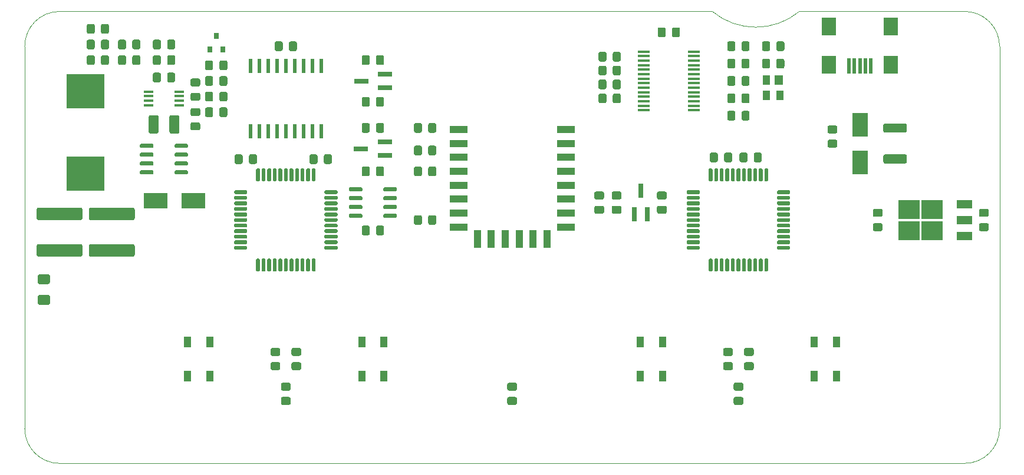
<source format=gtp>
G04 #@! TF.GenerationSoftware,KiCad,Pcbnew,5.1.7+dfsg1-1*
G04 #@! TF.CreationDate,2021-01-19T22:48:43+01:00*
G04 #@! TF.ProjectId,Nixie_proj,4e697869-655f-4707-926f-6a2e6b696361,rev?*
G04 #@! TF.SameCoordinates,Original*
G04 #@! TF.FileFunction,Paste,Top*
G04 #@! TF.FilePolarity,Positive*
%FSLAX46Y46*%
G04 Gerber Fmt 4.6, Leading zero omitted, Abs format (unit mm)*
G04 Created by KiCad (PCBNEW 5.1.7+dfsg1-1) date 2021-01-19 22:48:43*
%MOMM*%
%LPD*%
G01*
G04 APERTURE LIST*
G04 #@! TA.AperFunction,Profile*
%ADD10C,0.100000*%
G04 #@! TD*
%ADD11R,1.000000X1.400000*%
%ADD12R,1.200000X1.400000*%
%ADD13R,5.400000X4.900000*%
%ADD14R,2.000000X0.700000*%
%ADD15R,0.500000X2.300000*%
%ADD16R,2.000000X2.500000*%
%ADD17R,2.500000X1.100000*%
%ADD18R,1.100000X2.500000*%
%ADD19R,1.000000X1.500000*%
%ADD20R,0.700000X2.000000*%
%ADD21R,2.300000X3.500000*%
%ADD22R,3.500000X2.300000*%
%ADD23R,1.750000X0.450000*%
%ADD24R,2.200000X1.200000*%
%ADD25R,3.050000X2.750000*%
%ADD26R,0.800000X0.900000*%
%ADD27R,0.600000X2.000000*%
%ADD28R,1.450000X0.450000*%
G04 APERTURE END LIST*
D10*
X146250000Y-50000000D02*
X170000000Y-50000000D01*
X146249999Y-49999999D02*
G75*
G02*
X133750001Y-49999999I-6249999J7499999D01*
G01*
X175000000Y-55000000D02*
G75*
G03*
X170000000Y-50000000I-5000000J0D01*
G01*
X170000000Y-115000000D02*
G75*
G03*
X175000000Y-110000000I0J5000000D01*
G01*
X35000000Y-110000000D02*
G75*
G03*
X40000000Y-115000000I5000000J0D01*
G01*
X40000000Y-50000000D02*
G75*
G03*
X35000000Y-55000000I0J-5000000D01*
G01*
X170000000Y-115000000D02*
X40000000Y-115000000D01*
X175000000Y-55000000D02*
X175000000Y-110000000D01*
X40000000Y-50000000D02*
X133750000Y-50000000D01*
X35000000Y-110000000D02*
X35000000Y-55000000D01*
D11*
X143450000Y-62100000D03*
X141550000Y-62100000D03*
X141550000Y-59900000D03*
D12*
X143270000Y-59900000D03*
D13*
X43750000Y-73300000D03*
X43750000Y-61500000D03*
G36*
G01*
X59950001Y-65050000D02*
X59049999Y-65050000D01*
G75*
G02*
X58800000Y-64800001I0J249999D01*
G01*
X58800000Y-64149999D01*
G75*
G02*
X59049999Y-63900000I249999J0D01*
G01*
X59950001Y-63900000D01*
G75*
G02*
X60200000Y-64149999I0J-249999D01*
G01*
X60200000Y-64800001D01*
G75*
G02*
X59950001Y-65050000I-249999J0D01*
G01*
G37*
G36*
G01*
X59950001Y-67100000D02*
X59049999Y-67100000D01*
G75*
G02*
X58800000Y-66850001I0J249999D01*
G01*
X58800000Y-66199999D01*
G75*
G02*
X59049999Y-65950000I249999J0D01*
G01*
X59950001Y-65950000D01*
G75*
G02*
X60200000Y-66199999I0J-249999D01*
G01*
X60200000Y-66850001D01*
G75*
G02*
X59950001Y-67100000I-249999J0D01*
G01*
G37*
G36*
G01*
X62050000Y-64049999D02*
X62050000Y-64950001D01*
G75*
G02*
X61800001Y-65200000I-249999J0D01*
G01*
X61149999Y-65200000D01*
G75*
G02*
X60900000Y-64950001I0J249999D01*
G01*
X60900000Y-64049999D01*
G75*
G02*
X61149999Y-63800000I249999J0D01*
G01*
X61800001Y-63800000D01*
G75*
G02*
X62050000Y-64049999I0J-249999D01*
G01*
G37*
G36*
G01*
X64100000Y-64049999D02*
X64100000Y-64950001D01*
G75*
G02*
X63850001Y-65200000I-249999J0D01*
G01*
X63199999Y-65200000D01*
G75*
G02*
X62950000Y-64950001I0J249999D01*
G01*
X62950000Y-64049999D01*
G75*
G02*
X63199999Y-63800000I249999J0D01*
G01*
X63850001Y-63800000D01*
G75*
G02*
X64100000Y-64049999I0J-249999D01*
G01*
G37*
G36*
G01*
X66812500Y-84275000D02*
X65212500Y-84275000D01*
G75*
G02*
X65075000Y-84137500I0J137500D01*
G01*
X65075000Y-83862500D01*
G75*
G02*
X65212500Y-83725000I137500J0D01*
G01*
X66812500Y-83725000D01*
G75*
G02*
X66950000Y-83862500I0J-137500D01*
G01*
X66950000Y-84137500D01*
G75*
G02*
X66812500Y-84275000I-137500J0D01*
G01*
G37*
G36*
G01*
X66812500Y-83475000D02*
X65212500Y-83475000D01*
G75*
G02*
X65075000Y-83337500I0J137500D01*
G01*
X65075000Y-83062500D01*
G75*
G02*
X65212500Y-82925000I137500J0D01*
G01*
X66812500Y-82925000D01*
G75*
G02*
X66950000Y-83062500I0J-137500D01*
G01*
X66950000Y-83337500D01*
G75*
G02*
X66812500Y-83475000I-137500J0D01*
G01*
G37*
G36*
G01*
X66812500Y-82675000D02*
X65212500Y-82675000D01*
G75*
G02*
X65075000Y-82537500I0J137500D01*
G01*
X65075000Y-82262500D01*
G75*
G02*
X65212500Y-82125000I137500J0D01*
G01*
X66812500Y-82125000D01*
G75*
G02*
X66950000Y-82262500I0J-137500D01*
G01*
X66950000Y-82537500D01*
G75*
G02*
X66812500Y-82675000I-137500J0D01*
G01*
G37*
G36*
G01*
X66812500Y-81875000D02*
X65212500Y-81875000D01*
G75*
G02*
X65075000Y-81737500I0J137500D01*
G01*
X65075000Y-81462500D01*
G75*
G02*
X65212500Y-81325000I137500J0D01*
G01*
X66812500Y-81325000D01*
G75*
G02*
X66950000Y-81462500I0J-137500D01*
G01*
X66950000Y-81737500D01*
G75*
G02*
X66812500Y-81875000I-137500J0D01*
G01*
G37*
G36*
G01*
X66812500Y-81075000D02*
X65212500Y-81075000D01*
G75*
G02*
X65075000Y-80937500I0J137500D01*
G01*
X65075000Y-80662500D01*
G75*
G02*
X65212500Y-80525000I137500J0D01*
G01*
X66812500Y-80525000D01*
G75*
G02*
X66950000Y-80662500I0J-137500D01*
G01*
X66950000Y-80937500D01*
G75*
G02*
X66812500Y-81075000I-137500J0D01*
G01*
G37*
G36*
G01*
X66812500Y-80275000D02*
X65212500Y-80275000D01*
G75*
G02*
X65075000Y-80137500I0J137500D01*
G01*
X65075000Y-79862500D01*
G75*
G02*
X65212500Y-79725000I137500J0D01*
G01*
X66812500Y-79725000D01*
G75*
G02*
X66950000Y-79862500I0J-137500D01*
G01*
X66950000Y-80137500D01*
G75*
G02*
X66812500Y-80275000I-137500J0D01*
G01*
G37*
G36*
G01*
X66812500Y-79475000D02*
X65212500Y-79475000D01*
G75*
G02*
X65075000Y-79337500I0J137500D01*
G01*
X65075000Y-79062500D01*
G75*
G02*
X65212500Y-78925000I137500J0D01*
G01*
X66812500Y-78925000D01*
G75*
G02*
X66950000Y-79062500I0J-137500D01*
G01*
X66950000Y-79337500D01*
G75*
G02*
X66812500Y-79475000I-137500J0D01*
G01*
G37*
G36*
G01*
X66812500Y-78675000D02*
X65212500Y-78675000D01*
G75*
G02*
X65075000Y-78537500I0J137500D01*
G01*
X65075000Y-78262500D01*
G75*
G02*
X65212500Y-78125000I137500J0D01*
G01*
X66812500Y-78125000D01*
G75*
G02*
X66950000Y-78262500I0J-137500D01*
G01*
X66950000Y-78537500D01*
G75*
G02*
X66812500Y-78675000I-137500J0D01*
G01*
G37*
G36*
G01*
X66812500Y-77875000D02*
X65212500Y-77875000D01*
G75*
G02*
X65075000Y-77737500I0J137500D01*
G01*
X65075000Y-77462500D01*
G75*
G02*
X65212500Y-77325000I137500J0D01*
G01*
X66812500Y-77325000D01*
G75*
G02*
X66950000Y-77462500I0J-137500D01*
G01*
X66950000Y-77737500D01*
G75*
G02*
X66812500Y-77875000I-137500J0D01*
G01*
G37*
G36*
G01*
X66812500Y-77075000D02*
X65212500Y-77075000D01*
G75*
G02*
X65075000Y-76937500I0J137500D01*
G01*
X65075000Y-76662500D01*
G75*
G02*
X65212500Y-76525000I137500J0D01*
G01*
X66812500Y-76525000D01*
G75*
G02*
X66950000Y-76662500I0J-137500D01*
G01*
X66950000Y-76937500D01*
G75*
G02*
X66812500Y-77075000I-137500J0D01*
G01*
G37*
G36*
G01*
X66812500Y-76275000D02*
X65212500Y-76275000D01*
G75*
G02*
X65075000Y-76137500I0J137500D01*
G01*
X65075000Y-75862500D01*
G75*
G02*
X65212500Y-75725000I137500J0D01*
G01*
X66812500Y-75725000D01*
G75*
G02*
X66950000Y-75862500I0J-137500D01*
G01*
X66950000Y-76137500D01*
G75*
G02*
X66812500Y-76275000I-137500J0D01*
G01*
G37*
G36*
G01*
X68637500Y-74450000D02*
X68362500Y-74450000D01*
G75*
G02*
X68225000Y-74312500I0J137500D01*
G01*
X68225000Y-72712500D01*
G75*
G02*
X68362500Y-72575000I137500J0D01*
G01*
X68637500Y-72575000D01*
G75*
G02*
X68775000Y-72712500I0J-137500D01*
G01*
X68775000Y-74312500D01*
G75*
G02*
X68637500Y-74450000I-137500J0D01*
G01*
G37*
G36*
G01*
X69437500Y-74450000D02*
X69162500Y-74450000D01*
G75*
G02*
X69025000Y-74312500I0J137500D01*
G01*
X69025000Y-72712500D01*
G75*
G02*
X69162500Y-72575000I137500J0D01*
G01*
X69437500Y-72575000D01*
G75*
G02*
X69575000Y-72712500I0J-137500D01*
G01*
X69575000Y-74312500D01*
G75*
G02*
X69437500Y-74450000I-137500J0D01*
G01*
G37*
G36*
G01*
X70237500Y-74450000D02*
X69962500Y-74450000D01*
G75*
G02*
X69825000Y-74312500I0J137500D01*
G01*
X69825000Y-72712500D01*
G75*
G02*
X69962500Y-72575000I137500J0D01*
G01*
X70237500Y-72575000D01*
G75*
G02*
X70375000Y-72712500I0J-137500D01*
G01*
X70375000Y-74312500D01*
G75*
G02*
X70237500Y-74450000I-137500J0D01*
G01*
G37*
G36*
G01*
X71037500Y-74450000D02*
X70762500Y-74450000D01*
G75*
G02*
X70625000Y-74312500I0J137500D01*
G01*
X70625000Y-72712500D01*
G75*
G02*
X70762500Y-72575000I137500J0D01*
G01*
X71037500Y-72575000D01*
G75*
G02*
X71175000Y-72712500I0J-137500D01*
G01*
X71175000Y-74312500D01*
G75*
G02*
X71037500Y-74450000I-137500J0D01*
G01*
G37*
G36*
G01*
X71837500Y-74450000D02*
X71562500Y-74450000D01*
G75*
G02*
X71425000Y-74312500I0J137500D01*
G01*
X71425000Y-72712500D01*
G75*
G02*
X71562500Y-72575000I137500J0D01*
G01*
X71837500Y-72575000D01*
G75*
G02*
X71975000Y-72712500I0J-137500D01*
G01*
X71975000Y-74312500D01*
G75*
G02*
X71837500Y-74450000I-137500J0D01*
G01*
G37*
G36*
G01*
X72637500Y-74450000D02*
X72362500Y-74450000D01*
G75*
G02*
X72225000Y-74312500I0J137500D01*
G01*
X72225000Y-72712500D01*
G75*
G02*
X72362500Y-72575000I137500J0D01*
G01*
X72637500Y-72575000D01*
G75*
G02*
X72775000Y-72712500I0J-137500D01*
G01*
X72775000Y-74312500D01*
G75*
G02*
X72637500Y-74450000I-137500J0D01*
G01*
G37*
G36*
G01*
X73437500Y-74450000D02*
X73162500Y-74450000D01*
G75*
G02*
X73025000Y-74312500I0J137500D01*
G01*
X73025000Y-72712500D01*
G75*
G02*
X73162500Y-72575000I137500J0D01*
G01*
X73437500Y-72575000D01*
G75*
G02*
X73575000Y-72712500I0J-137500D01*
G01*
X73575000Y-74312500D01*
G75*
G02*
X73437500Y-74450000I-137500J0D01*
G01*
G37*
G36*
G01*
X74237500Y-74450000D02*
X73962500Y-74450000D01*
G75*
G02*
X73825000Y-74312500I0J137500D01*
G01*
X73825000Y-72712500D01*
G75*
G02*
X73962500Y-72575000I137500J0D01*
G01*
X74237500Y-72575000D01*
G75*
G02*
X74375000Y-72712500I0J-137500D01*
G01*
X74375000Y-74312500D01*
G75*
G02*
X74237500Y-74450000I-137500J0D01*
G01*
G37*
G36*
G01*
X75037500Y-74450000D02*
X74762500Y-74450000D01*
G75*
G02*
X74625000Y-74312500I0J137500D01*
G01*
X74625000Y-72712500D01*
G75*
G02*
X74762500Y-72575000I137500J0D01*
G01*
X75037500Y-72575000D01*
G75*
G02*
X75175000Y-72712500I0J-137500D01*
G01*
X75175000Y-74312500D01*
G75*
G02*
X75037500Y-74450000I-137500J0D01*
G01*
G37*
G36*
G01*
X75837500Y-74450000D02*
X75562500Y-74450000D01*
G75*
G02*
X75425000Y-74312500I0J137500D01*
G01*
X75425000Y-72712500D01*
G75*
G02*
X75562500Y-72575000I137500J0D01*
G01*
X75837500Y-72575000D01*
G75*
G02*
X75975000Y-72712500I0J-137500D01*
G01*
X75975000Y-74312500D01*
G75*
G02*
X75837500Y-74450000I-137500J0D01*
G01*
G37*
G36*
G01*
X76637500Y-74450000D02*
X76362500Y-74450000D01*
G75*
G02*
X76225000Y-74312500I0J137500D01*
G01*
X76225000Y-72712500D01*
G75*
G02*
X76362500Y-72575000I137500J0D01*
G01*
X76637500Y-72575000D01*
G75*
G02*
X76775000Y-72712500I0J-137500D01*
G01*
X76775000Y-74312500D01*
G75*
G02*
X76637500Y-74450000I-137500J0D01*
G01*
G37*
G36*
G01*
X79787500Y-76275000D02*
X78187500Y-76275000D01*
G75*
G02*
X78050000Y-76137500I0J137500D01*
G01*
X78050000Y-75862500D01*
G75*
G02*
X78187500Y-75725000I137500J0D01*
G01*
X79787500Y-75725000D01*
G75*
G02*
X79925000Y-75862500I0J-137500D01*
G01*
X79925000Y-76137500D01*
G75*
G02*
X79787500Y-76275000I-137500J0D01*
G01*
G37*
G36*
G01*
X79787500Y-77075000D02*
X78187500Y-77075000D01*
G75*
G02*
X78050000Y-76937500I0J137500D01*
G01*
X78050000Y-76662500D01*
G75*
G02*
X78187500Y-76525000I137500J0D01*
G01*
X79787500Y-76525000D01*
G75*
G02*
X79925000Y-76662500I0J-137500D01*
G01*
X79925000Y-76937500D01*
G75*
G02*
X79787500Y-77075000I-137500J0D01*
G01*
G37*
G36*
G01*
X79787500Y-77875000D02*
X78187500Y-77875000D01*
G75*
G02*
X78050000Y-77737500I0J137500D01*
G01*
X78050000Y-77462500D01*
G75*
G02*
X78187500Y-77325000I137500J0D01*
G01*
X79787500Y-77325000D01*
G75*
G02*
X79925000Y-77462500I0J-137500D01*
G01*
X79925000Y-77737500D01*
G75*
G02*
X79787500Y-77875000I-137500J0D01*
G01*
G37*
G36*
G01*
X79787500Y-78675000D02*
X78187500Y-78675000D01*
G75*
G02*
X78050000Y-78537500I0J137500D01*
G01*
X78050000Y-78262500D01*
G75*
G02*
X78187500Y-78125000I137500J0D01*
G01*
X79787500Y-78125000D01*
G75*
G02*
X79925000Y-78262500I0J-137500D01*
G01*
X79925000Y-78537500D01*
G75*
G02*
X79787500Y-78675000I-137500J0D01*
G01*
G37*
G36*
G01*
X79787500Y-79475000D02*
X78187500Y-79475000D01*
G75*
G02*
X78050000Y-79337500I0J137500D01*
G01*
X78050000Y-79062500D01*
G75*
G02*
X78187500Y-78925000I137500J0D01*
G01*
X79787500Y-78925000D01*
G75*
G02*
X79925000Y-79062500I0J-137500D01*
G01*
X79925000Y-79337500D01*
G75*
G02*
X79787500Y-79475000I-137500J0D01*
G01*
G37*
G36*
G01*
X79787500Y-80275000D02*
X78187500Y-80275000D01*
G75*
G02*
X78050000Y-80137500I0J137500D01*
G01*
X78050000Y-79862500D01*
G75*
G02*
X78187500Y-79725000I137500J0D01*
G01*
X79787500Y-79725000D01*
G75*
G02*
X79925000Y-79862500I0J-137500D01*
G01*
X79925000Y-80137500D01*
G75*
G02*
X79787500Y-80275000I-137500J0D01*
G01*
G37*
G36*
G01*
X79787500Y-81075000D02*
X78187500Y-81075000D01*
G75*
G02*
X78050000Y-80937500I0J137500D01*
G01*
X78050000Y-80662500D01*
G75*
G02*
X78187500Y-80525000I137500J0D01*
G01*
X79787500Y-80525000D01*
G75*
G02*
X79925000Y-80662500I0J-137500D01*
G01*
X79925000Y-80937500D01*
G75*
G02*
X79787500Y-81075000I-137500J0D01*
G01*
G37*
G36*
G01*
X79787500Y-81875000D02*
X78187500Y-81875000D01*
G75*
G02*
X78050000Y-81737500I0J137500D01*
G01*
X78050000Y-81462500D01*
G75*
G02*
X78187500Y-81325000I137500J0D01*
G01*
X79787500Y-81325000D01*
G75*
G02*
X79925000Y-81462500I0J-137500D01*
G01*
X79925000Y-81737500D01*
G75*
G02*
X79787500Y-81875000I-137500J0D01*
G01*
G37*
G36*
G01*
X79787500Y-82675000D02*
X78187500Y-82675000D01*
G75*
G02*
X78050000Y-82537500I0J137500D01*
G01*
X78050000Y-82262500D01*
G75*
G02*
X78187500Y-82125000I137500J0D01*
G01*
X79787500Y-82125000D01*
G75*
G02*
X79925000Y-82262500I0J-137500D01*
G01*
X79925000Y-82537500D01*
G75*
G02*
X79787500Y-82675000I-137500J0D01*
G01*
G37*
G36*
G01*
X79787500Y-83475000D02*
X78187500Y-83475000D01*
G75*
G02*
X78050000Y-83337500I0J137500D01*
G01*
X78050000Y-83062500D01*
G75*
G02*
X78187500Y-82925000I137500J0D01*
G01*
X79787500Y-82925000D01*
G75*
G02*
X79925000Y-83062500I0J-137500D01*
G01*
X79925000Y-83337500D01*
G75*
G02*
X79787500Y-83475000I-137500J0D01*
G01*
G37*
G36*
G01*
X79787500Y-84275000D02*
X78187500Y-84275000D01*
G75*
G02*
X78050000Y-84137500I0J137500D01*
G01*
X78050000Y-83862500D01*
G75*
G02*
X78187500Y-83725000I137500J0D01*
G01*
X79787500Y-83725000D01*
G75*
G02*
X79925000Y-83862500I0J-137500D01*
G01*
X79925000Y-84137500D01*
G75*
G02*
X79787500Y-84275000I-137500J0D01*
G01*
G37*
G36*
G01*
X76637500Y-87425000D02*
X76362500Y-87425000D01*
G75*
G02*
X76225000Y-87287500I0J137500D01*
G01*
X76225000Y-85687500D01*
G75*
G02*
X76362500Y-85550000I137500J0D01*
G01*
X76637500Y-85550000D01*
G75*
G02*
X76775000Y-85687500I0J-137500D01*
G01*
X76775000Y-87287500D01*
G75*
G02*
X76637500Y-87425000I-137500J0D01*
G01*
G37*
G36*
G01*
X75837500Y-87425000D02*
X75562500Y-87425000D01*
G75*
G02*
X75425000Y-87287500I0J137500D01*
G01*
X75425000Y-85687500D01*
G75*
G02*
X75562500Y-85550000I137500J0D01*
G01*
X75837500Y-85550000D01*
G75*
G02*
X75975000Y-85687500I0J-137500D01*
G01*
X75975000Y-87287500D01*
G75*
G02*
X75837500Y-87425000I-137500J0D01*
G01*
G37*
G36*
G01*
X75037500Y-87425000D02*
X74762500Y-87425000D01*
G75*
G02*
X74625000Y-87287500I0J137500D01*
G01*
X74625000Y-85687500D01*
G75*
G02*
X74762500Y-85550000I137500J0D01*
G01*
X75037500Y-85550000D01*
G75*
G02*
X75175000Y-85687500I0J-137500D01*
G01*
X75175000Y-87287500D01*
G75*
G02*
X75037500Y-87425000I-137500J0D01*
G01*
G37*
G36*
G01*
X74237500Y-87425000D02*
X73962500Y-87425000D01*
G75*
G02*
X73825000Y-87287500I0J137500D01*
G01*
X73825000Y-85687500D01*
G75*
G02*
X73962500Y-85550000I137500J0D01*
G01*
X74237500Y-85550000D01*
G75*
G02*
X74375000Y-85687500I0J-137500D01*
G01*
X74375000Y-87287500D01*
G75*
G02*
X74237500Y-87425000I-137500J0D01*
G01*
G37*
G36*
G01*
X73437500Y-87425000D02*
X73162500Y-87425000D01*
G75*
G02*
X73025000Y-87287500I0J137500D01*
G01*
X73025000Y-85687500D01*
G75*
G02*
X73162500Y-85550000I137500J0D01*
G01*
X73437500Y-85550000D01*
G75*
G02*
X73575000Y-85687500I0J-137500D01*
G01*
X73575000Y-87287500D01*
G75*
G02*
X73437500Y-87425000I-137500J0D01*
G01*
G37*
G36*
G01*
X72637500Y-87425000D02*
X72362500Y-87425000D01*
G75*
G02*
X72225000Y-87287500I0J137500D01*
G01*
X72225000Y-85687500D01*
G75*
G02*
X72362500Y-85550000I137500J0D01*
G01*
X72637500Y-85550000D01*
G75*
G02*
X72775000Y-85687500I0J-137500D01*
G01*
X72775000Y-87287500D01*
G75*
G02*
X72637500Y-87425000I-137500J0D01*
G01*
G37*
G36*
G01*
X71837500Y-87425000D02*
X71562500Y-87425000D01*
G75*
G02*
X71425000Y-87287500I0J137500D01*
G01*
X71425000Y-85687500D01*
G75*
G02*
X71562500Y-85550000I137500J0D01*
G01*
X71837500Y-85550000D01*
G75*
G02*
X71975000Y-85687500I0J-137500D01*
G01*
X71975000Y-87287500D01*
G75*
G02*
X71837500Y-87425000I-137500J0D01*
G01*
G37*
G36*
G01*
X71037500Y-87425000D02*
X70762500Y-87425000D01*
G75*
G02*
X70625000Y-87287500I0J137500D01*
G01*
X70625000Y-85687500D01*
G75*
G02*
X70762500Y-85550000I137500J0D01*
G01*
X71037500Y-85550000D01*
G75*
G02*
X71175000Y-85687500I0J-137500D01*
G01*
X71175000Y-87287500D01*
G75*
G02*
X71037500Y-87425000I-137500J0D01*
G01*
G37*
G36*
G01*
X70237500Y-87425000D02*
X69962500Y-87425000D01*
G75*
G02*
X69825000Y-87287500I0J137500D01*
G01*
X69825000Y-85687500D01*
G75*
G02*
X69962500Y-85550000I137500J0D01*
G01*
X70237500Y-85550000D01*
G75*
G02*
X70375000Y-85687500I0J-137500D01*
G01*
X70375000Y-87287500D01*
G75*
G02*
X70237500Y-87425000I-137500J0D01*
G01*
G37*
G36*
G01*
X69437500Y-87425000D02*
X69162500Y-87425000D01*
G75*
G02*
X69025000Y-87287500I0J137500D01*
G01*
X69025000Y-85687500D01*
G75*
G02*
X69162500Y-85550000I137500J0D01*
G01*
X69437500Y-85550000D01*
G75*
G02*
X69575000Y-85687500I0J-137500D01*
G01*
X69575000Y-87287500D01*
G75*
G02*
X69437500Y-87425000I-137500J0D01*
G01*
G37*
G36*
G01*
X68637500Y-87425000D02*
X68362500Y-87425000D01*
G75*
G02*
X68225000Y-87287500I0J137500D01*
G01*
X68225000Y-85687500D01*
G75*
G02*
X68362500Y-85550000I137500J0D01*
G01*
X68637500Y-85550000D01*
G75*
G02*
X68775000Y-85687500I0J-137500D01*
G01*
X68775000Y-87287500D01*
G75*
G02*
X68637500Y-87425000I-137500J0D01*
G01*
G37*
G36*
G01*
X131812500Y-84275000D02*
X130212500Y-84275000D01*
G75*
G02*
X130075000Y-84137500I0J137500D01*
G01*
X130075000Y-83862500D01*
G75*
G02*
X130212500Y-83725000I137500J0D01*
G01*
X131812500Y-83725000D01*
G75*
G02*
X131950000Y-83862500I0J-137500D01*
G01*
X131950000Y-84137500D01*
G75*
G02*
X131812500Y-84275000I-137500J0D01*
G01*
G37*
G36*
G01*
X131812500Y-83475000D02*
X130212500Y-83475000D01*
G75*
G02*
X130075000Y-83337500I0J137500D01*
G01*
X130075000Y-83062500D01*
G75*
G02*
X130212500Y-82925000I137500J0D01*
G01*
X131812500Y-82925000D01*
G75*
G02*
X131950000Y-83062500I0J-137500D01*
G01*
X131950000Y-83337500D01*
G75*
G02*
X131812500Y-83475000I-137500J0D01*
G01*
G37*
G36*
G01*
X131812500Y-82675000D02*
X130212500Y-82675000D01*
G75*
G02*
X130075000Y-82537500I0J137500D01*
G01*
X130075000Y-82262500D01*
G75*
G02*
X130212500Y-82125000I137500J0D01*
G01*
X131812500Y-82125000D01*
G75*
G02*
X131950000Y-82262500I0J-137500D01*
G01*
X131950000Y-82537500D01*
G75*
G02*
X131812500Y-82675000I-137500J0D01*
G01*
G37*
G36*
G01*
X131812500Y-81875000D02*
X130212500Y-81875000D01*
G75*
G02*
X130075000Y-81737500I0J137500D01*
G01*
X130075000Y-81462500D01*
G75*
G02*
X130212500Y-81325000I137500J0D01*
G01*
X131812500Y-81325000D01*
G75*
G02*
X131950000Y-81462500I0J-137500D01*
G01*
X131950000Y-81737500D01*
G75*
G02*
X131812500Y-81875000I-137500J0D01*
G01*
G37*
G36*
G01*
X131812500Y-81075000D02*
X130212500Y-81075000D01*
G75*
G02*
X130075000Y-80937500I0J137500D01*
G01*
X130075000Y-80662500D01*
G75*
G02*
X130212500Y-80525000I137500J0D01*
G01*
X131812500Y-80525000D01*
G75*
G02*
X131950000Y-80662500I0J-137500D01*
G01*
X131950000Y-80937500D01*
G75*
G02*
X131812500Y-81075000I-137500J0D01*
G01*
G37*
G36*
G01*
X131812500Y-80275000D02*
X130212500Y-80275000D01*
G75*
G02*
X130075000Y-80137500I0J137500D01*
G01*
X130075000Y-79862500D01*
G75*
G02*
X130212500Y-79725000I137500J0D01*
G01*
X131812500Y-79725000D01*
G75*
G02*
X131950000Y-79862500I0J-137500D01*
G01*
X131950000Y-80137500D01*
G75*
G02*
X131812500Y-80275000I-137500J0D01*
G01*
G37*
G36*
G01*
X131812500Y-79475000D02*
X130212500Y-79475000D01*
G75*
G02*
X130075000Y-79337500I0J137500D01*
G01*
X130075000Y-79062500D01*
G75*
G02*
X130212500Y-78925000I137500J0D01*
G01*
X131812500Y-78925000D01*
G75*
G02*
X131950000Y-79062500I0J-137500D01*
G01*
X131950000Y-79337500D01*
G75*
G02*
X131812500Y-79475000I-137500J0D01*
G01*
G37*
G36*
G01*
X131812500Y-78675000D02*
X130212500Y-78675000D01*
G75*
G02*
X130075000Y-78537500I0J137500D01*
G01*
X130075000Y-78262500D01*
G75*
G02*
X130212500Y-78125000I137500J0D01*
G01*
X131812500Y-78125000D01*
G75*
G02*
X131950000Y-78262500I0J-137500D01*
G01*
X131950000Y-78537500D01*
G75*
G02*
X131812500Y-78675000I-137500J0D01*
G01*
G37*
G36*
G01*
X131812500Y-77875000D02*
X130212500Y-77875000D01*
G75*
G02*
X130075000Y-77737500I0J137500D01*
G01*
X130075000Y-77462500D01*
G75*
G02*
X130212500Y-77325000I137500J0D01*
G01*
X131812500Y-77325000D01*
G75*
G02*
X131950000Y-77462500I0J-137500D01*
G01*
X131950000Y-77737500D01*
G75*
G02*
X131812500Y-77875000I-137500J0D01*
G01*
G37*
G36*
G01*
X131812500Y-77075000D02*
X130212500Y-77075000D01*
G75*
G02*
X130075000Y-76937500I0J137500D01*
G01*
X130075000Y-76662500D01*
G75*
G02*
X130212500Y-76525000I137500J0D01*
G01*
X131812500Y-76525000D01*
G75*
G02*
X131950000Y-76662500I0J-137500D01*
G01*
X131950000Y-76937500D01*
G75*
G02*
X131812500Y-77075000I-137500J0D01*
G01*
G37*
G36*
G01*
X131812500Y-76275000D02*
X130212500Y-76275000D01*
G75*
G02*
X130075000Y-76137500I0J137500D01*
G01*
X130075000Y-75862500D01*
G75*
G02*
X130212500Y-75725000I137500J0D01*
G01*
X131812500Y-75725000D01*
G75*
G02*
X131950000Y-75862500I0J-137500D01*
G01*
X131950000Y-76137500D01*
G75*
G02*
X131812500Y-76275000I-137500J0D01*
G01*
G37*
G36*
G01*
X133637500Y-74450000D02*
X133362500Y-74450000D01*
G75*
G02*
X133225000Y-74312500I0J137500D01*
G01*
X133225000Y-72712500D01*
G75*
G02*
X133362500Y-72575000I137500J0D01*
G01*
X133637500Y-72575000D01*
G75*
G02*
X133775000Y-72712500I0J-137500D01*
G01*
X133775000Y-74312500D01*
G75*
G02*
X133637500Y-74450000I-137500J0D01*
G01*
G37*
G36*
G01*
X134437500Y-74450000D02*
X134162500Y-74450000D01*
G75*
G02*
X134025000Y-74312500I0J137500D01*
G01*
X134025000Y-72712500D01*
G75*
G02*
X134162500Y-72575000I137500J0D01*
G01*
X134437500Y-72575000D01*
G75*
G02*
X134575000Y-72712500I0J-137500D01*
G01*
X134575000Y-74312500D01*
G75*
G02*
X134437500Y-74450000I-137500J0D01*
G01*
G37*
G36*
G01*
X135237500Y-74450000D02*
X134962500Y-74450000D01*
G75*
G02*
X134825000Y-74312500I0J137500D01*
G01*
X134825000Y-72712500D01*
G75*
G02*
X134962500Y-72575000I137500J0D01*
G01*
X135237500Y-72575000D01*
G75*
G02*
X135375000Y-72712500I0J-137500D01*
G01*
X135375000Y-74312500D01*
G75*
G02*
X135237500Y-74450000I-137500J0D01*
G01*
G37*
G36*
G01*
X136037500Y-74450000D02*
X135762500Y-74450000D01*
G75*
G02*
X135625000Y-74312500I0J137500D01*
G01*
X135625000Y-72712500D01*
G75*
G02*
X135762500Y-72575000I137500J0D01*
G01*
X136037500Y-72575000D01*
G75*
G02*
X136175000Y-72712500I0J-137500D01*
G01*
X136175000Y-74312500D01*
G75*
G02*
X136037500Y-74450000I-137500J0D01*
G01*
G37*
G36*
G01*
X136837500Y-74450000D02*
X136562500Y-74450000D01*
G75*
G02*
X136425000Y-74312500I0J137500D01*
G01*
X136425000Y-72712500D01*
G75*
G02*
X136562500Y-72575000I137500J0D01*
G01*
X136837500Y-72575000D01*
G75*
G02*
X136975000Y-72712500I0J-137500D01*
G01*
X136975000Y-74312500D01*
G75*
G02*
X136837500Y-74450000I-137500J0D01*
G01*
G37*
G36*
G01*
X137637500Y-74450000D02*
X137362500Y-74450000D01*
G75*
G02*
X137225000Y-74312500I0J137500D01*
G01*
X137225000Y-72712500D01*
G75*
G02*
X137362500Y-72575000I137500J0D01*
G01*
X137637500Y-72575000D01*
G75*
G02*
X137775000Y-72712500I0J-137500D01*
G01*
X137775000Y-74312500D01*
G75*
G02*
X137637500Y-74450000I-137500J0D01*
G01*
G37*
G36*
G01*
X138437500Y-74450000D02*
X138162500Y-74450000D01*
G75*
G02*
X138025000Y-74312500I0J137500D01*
G01*
X138025000Y-72712500D01*
G75*
G02*
X138162500Y-72575000I137500J0D01*
G01*
X138437500Y-72575000D01*
G75*
G02*
X138575000Y-72712500I0J-137500D01*
G01*
X138575000Y-74312500D01*
G75*
G02*
X138437500Y-74450000I-137500J0D01*
G01*
G37*
G36*
G01*
X139237500Y-74450000D02*
X138962500Y-74450000D01*
G75*
G02*
X138825000Y-74312500I0J137500D01*
G01*
X138825000Y-72712500D01*
G75*
G02*
X138962500Y-72575000I137500J0D01*
G01*
X139237500Y-72575000D01*
G75*
G02*
X139375000Y-72712500I0J-137500D01*
G01*
X139375000Y-74312500D01*
G75*
G02*
X139237500Y-74450000I-137500J0D01*
G01*
G37*
G36*
G01*
X140037500Y-74450000D02*
X139762500Y-74450000D01*
G75*
G02*
X139625000Y-74312500I0J137500D01*
G01*
X139625000Y-72712500D01*
G75*
G02*
X139762500Y-72575000I137500J0D01*
G01*
X140037500Y-72575000D01*
G75*
G02*
X140175000Y-72712500I0J-137500D01*
G01*
X140175000Y-74312500D01*
G75*
G02*
X140037500Y-74450000I-137500J0D01*
G01*
G37*
G36*
G01*
X140837500Y-74450000D02*
X140562500Y-74450000D01*
G75*
G02*
X140425000Y-74312500I0J137500D01*
G01*
X140425000Y-72712500D01*
G75*
G02*
X140562500Y-72575000I137500J0D01*
G01*
X140837500Y-72575000D01*
G75*
G02*
X140975000Y-72712500I0J-137500D01*
G01*
X140975000Y-74312500D01*
G75*
G02*
X140837500Y-74450000I-137500J0D01*
G01*
G37*
G36*
G01*
X141637500Y-74450000D02*
X141362500Y-74450000D01*
G75*
G02*
X141225000Y-74312500I0J137500D01*
G01*
X141225000Y-72712500D01*
G75*
G02*
X141362500Y-72575000I137500J0D01*
G01*
X141637500Y-72575000D01*
G75*
G02*
X141775000Y-72712500I0J-137500D01*
G01*
X141775000Y-74312500D01*
G75*
G02*
X141637500Y-74450000I-137500J0D01*
G01*
G37*
G36*
G01*
X144787500Y-76275000D02*
X143187500Y-76275000D01*
G75*
G02*
X143050000Y-76137500I0J137500D01*
G01*
X143050000Y-75862500D01*
G75*
G02*
X143187500Y-75725000I137500J0D01*
G01*
X144787500Y-75725000D01*
G75*
G02*
X144925000Y-75862500I0J-137500D01*
G01*
X144925000Y-76137500D01*
G75*
G02*
X144787500Y-76275000I-137500J0D01*
G01*
G37*
G36*
G01*
X144787500Y-77075000D02*
X143187500Y-77075000D01*
G75*
G02*
X143050000Y-76937500I0J137500D01*
G01*
X143050000Y-76662500D01*
G75*
G02*
X143187500Y-76525000I137500J0D01*
G01*
X144787500Y-76525000D01*
G75*
G02*
X144925000Y-76662500I0J-137500D01*
G01*
X144925000Y-76937500D01*
G75*
G02*
X144787500Y-77075000I-137500J0D01*
G01*
G37*
G36*
G01*
X144787500Y-77875000D02*
X143187500Y-77875000D01*
G75*
G02*
X143050000Y-77737500I0J137500D01*
G01*
X143050000Y-77462500D01*
G75*
G02*
X143187500Y-77325000I137500J0D01*
G01*
X144787500Y-77325000D01*
G75*
G02*
X144925000Y-77462500I0J-137500D01*
G01*
X144925000Y-77737500D01*
G75*
G02*
X144787500Y-77875000I-137500J0D01*
G01*
G37*
G36*
G01*
X144787500Y-78675000D02*
X143187500Y-78675000D01*
G75*
G02*
X143050000Y-78537500I0J137500D01*
G01*
X143050000Y-78262500D01*
G75*
G02*
X143187500Y-78125000I137500J0D01*
G01*
X144787500Y-78125000D01*
G75*
G02*
X144925000Y-78262500I0J-137500D01*
G01*
X144925000Y-78537500D01*
G75*
G02*
X144787500Y-78675000I-137500J0D01*
G01*
G37*
G36*
G01*
X144787500Y-79475000D02*
X143187500Y-79475000D01*
G75*
G02*
X143050000Y-79337500I0J137500D01*
G01*
X143050000Y-79062500D01*
G75*
G02*
X143187500Y-78925000I137500J0D01*
G01*
X144787500Y-78925000D01*
G75*
G02*
X144925000Y-79062500I0J-137500D01*
G01*
X144925000Y-79337500D01*
G75*
G02*
X144787500Y-79475000I-137500J0D01*
G01*
G37*
G36*
G01*
X144787500Y-80275000D02*
X143187500Y-80275000D01*
G75*
G02*
X143050000Y-80137500I0J137500D01*
G01*
X143050000Y-79862500D01*
G75*
G02*
X143187500Y-79725000I137500J0D01*
G01*
X144787500Y-79725000D01*
G75*
G02*
X144925000Y-79862500I0J-137500D01*
G01*
X144925000Y-80137500D01*
G75*
G02*
X144787500Y-80275000I-137500J0D01*
G01*
G37*
G36*
G01*
X144787500Y-81075000D02*
X143187500Y-81075000D01*
G75*
G02*
X143050000Y-80937500I0J137500D01*
G01*
X143050000Y-80662500D01*
G75*
G02*
X143187500Y-80525000I137500J0D01*
G01*
X144787500Y-80525000D01*
G75*
G02*
X144925000Y-80662500I0J-137500D01*
G01*
X144925000Y-80937500D01*
G75*
G02*
X144787500Y-81075000I-137500J0D01*
G01*
G37*
G36*
G01*
X144787500Y-81875000D02*
X143187500Y-81875000D01*
G75*
G02*
X143050000Y-81737500I0J137500D01*
G01*
X143050000Y-81462500D01*
G75*
G02*
X143187500Y-81325000I137500J0D01*
G01*
X144787500Y-81325000D01*
G75*
G02*
X144925000Y-81462500I0J-137500D01*
G01*
X144925000Y-81737500D01*
G75*
G02*
X144787500Y-81875000I-137500J0D01*
G01*
G37*
G36*
G01*
X144787500Y-82675000D02*
X143187500Y-82675000D01*
G75*
G02*
X143050000Y-82537500I0J137500D01*
G01*
X143050000Y-82262500D01*
G75*
G02*
X143187500Y-82125000I137500J0D01*
G01*
X144787500Y-82125000D01*
G75*
G02*
X144925000Y-82262500I0J-137500D01*
G01*
X144925000Y-82537500D01*
G75*
G02*
X144787500Y-82675000I-137500J0D01*
G01*
G37*
G36*
G01*
X144787500Y-83475000D02*
X143187500Y-83475000D01*
G75*
G02*
X143050000Y-83337500I0J137500D01*
G01*
X143050000Y-83062500D01*
G75*
G02*
X143187500Y-82925000I137500J0D01*
G01*
X144787500Y-82925000D01*
G75*
G02*
X144925000Y-83062500I0J-137500D01*
G01*
X144925000Y-83337500D01*
G75*
G02*
X144787500Y-83475000I-137500J0D01*
G01*
G37*
G36*
G01*
X144787500Y-84275000D02*
X143187500Y-84275000D01*
G75*
G02*
X143050000Y-84137500I0J137500D01*
G01*
X143050000Y-83862500D01*
G75*
G02*
X143187500Y-83725000I137500J0D01*
G01*
X144787500Y-83725000D01*
G75*
G02*
X144925000Y-83862500I0J-137500D01*
G01*
X144925000Y-84137500D01*
G75*
G02*
X144787500Y-84275000I-137500J0D01*
G01*
G37*
G36*
G01*
X141637500Y-87425000D02*
X141362500Y-87425000D01*
G75*
G02*
X141225000Y-87287500I0J137500D01*
G01*
X141225000Y-85687500D01*
G75*
G02*
X141362500Y-85550000I137500J0D01*
G01*
X141637500Y-85550000D01*
G75*
G02*
X141775000Y-85687500I0J-137500D01*
G01*
X141775000Y-87287500D01*
G75*
G02*
X141637500Y-87425000I-137500J0D01*
G01*
G37*
G36*
G01*
X140837500Y-87425000D02*
X140562500Y-87425000D01*
G75*
G02*
X140425000Y-87287500I0J137500D01*
G01*
X140425000Y-85687500D01*
G75*
G02*
X140562500Y-85550000I137500J0D01*
G01*
X140837500Y-85550000D01*
G75*
G02*
X140975000Y-85687500I0J-137500D01*
G01*
X140975000Y-87287500D01*
G75*
G02*
X140837500Y-87425000I-137500J0D01*
G01*
G37*
G36*
G01*
X140037500Y-87425000D02*
X139762500Y-87425000D01*
G75*
G02*
X139625000Y-87287500I0J137500D01*
G01*
X139625000Y-85687500D01*
G75*
G02*
X139762500Y-85550000I137500J0D01*
G01*
X140037500Y-85550000D01*
G75*
G02*
X140175000Y-85687500I0J-137500D01*
G01*
X140175000Y-87287500D01*
G75*
G02*
X140037500Y-87425000I-137500J0D01*
G01*
G37*
G36*
G01*
X139237500Y-87425000D02*
X138962500Y-87425000D01*
G75*
G02*
X138825000Y-87287500I0J137500D01*
G01*
X138825000Y-85687500D01*
G75*
G02*
X138962500Y-85550000I137500J0D01*
G01*
X139237500Y-85550000D01*
G75*
G02*
X139375000Y-85687500I0J-137500D01*
G01*
X139375000Y-87287500D01*
G75*
G02*
X139237500Y-87425000I-137500J0D01*
G01*
G37*
G36*
G01*
X138437500Y-87425000D02*
X138162500Y-87425000D01*
G75*
G02*
X138025000Y-87287500I0J137500D01*
G01*
X138025000Y-85687500D01*
G75*
G02*
X138162500Y-85550000I137500J0D01*
G01*
X138437500Y-85550000D01*
G75*
G02*
X138575000Y-85687500I0J-137500D01*
G01*
X138575000Y-87287500D01*
G75*
G02*
X138437500Y-87425000I-137500J0D01*
G01*
G37*
G36*
G01*
X137637500Y-87425000D02*
X137362500Y-87425000D01*
G75*
G02*
X137225000Y-87287500I0J137500D01*
G01*
X137225000Y-85687500D01*
G75*
G02*
X137362500Y-85550000I137500J0D01*
G01*
X137637500Y-85550000D01*
G75*
G02*
X137775000Y-85687500I0J-137500D01*
G01*
X137775000Y-87287500D01*
G75*
G02*
X137637500Y-87425000I-137500J0D01*
G01*
G37*
G36*
G01*
X136837500Y-87425000D02*
X136562500Y-87425000D01*
G75*
G02*
X136425000Y-87287500I0J137500D01*
G01*
X136425000Y-85687500D01*
G75*
G02*
X136562500Y-85550000I137500J0D01*
G01*
X136837500Y-85550000D01*
G75*
G02*
X136975000Y-85687500I0J-137500D01*
G01*
X136975000Y-87287500D01*
G75*
G02*
X136837500Y-87425000I-137500J0D01*
G01*
G37*
G36*
G01*
X136037500Y-87425000D02*
X135762500Y-87425000D01*
G75*
G02*
X135625000Y-87287500I0J137500D01*
G01*
X135625000Y-85687500D01*
G75*
G02*
X135762500Y-85550000I137500J0D01*
G01*
X136037500Y-85550000D01*
G75*
G02*
X136175000Y-85687500I0J-137500D01*
G01*
X136175000Y-87287500D01*
G75*
G02*
X136037500Y-87425000I-137500J0D01*
G01*
G37*
G36*
G01*
X135237500Y-87425000D02*
X134962500Y-87425000D01*
G75*
G02*
X134825000Y-87287500I0J137500D01*
G01*
X134825000Y-85687500D01*
G75*
G02*
X134962500Y-85550000I137500J0D01*
G01*
X135237500Y-85550000D01*
G75*
G02*
X135375000Y-85687500I0J-137500D01*
G01*
X135375000Y-87287500D01*
G75*
G02*
X135237500Y-87425000I-137500J0D01*
G01*
G37*
G36*
G01*
X134437500Y-87425000D02*
X134162500Y-87425000D01*
G75*
G02*
X134025000Y-87287500I0J137500D01*
G01*
X134025000Y-85687500D01*
G75*
G02*
X134162500Y-85550000I137500J0D01*
G01*
X134437500Y-85550000D01*
G75*
G02*
X134575000Y-85687500I0J-137500D01*
G01*
X134575000Y-87287500D01*
G75*
G02*
X134437500Y-87425000I-137500J0D01*
G01*
G37*
G36*
G01*
X133637500Y-87425000D02*
X133362500Y-87425000D01*
G75*
G02*
X133225000Y-87287500I0J137500D01*
G01*
X133225000Y-85687500D01*
G75*
G02*
X133362500Y-85550000I137500J0D01*
G01*
X133637500Y-85550000D01*
G75*
G02*
X133775000Y-85687500I0J-137500D01*
G01*
X133775000Y-87287500D01*
G75*
G02*
X133637500Y-87425000I-137500J0D01*
G01*
G37*
D14*
X83300000Y-69745384D03*
X86700000Y-68795384D03*
X86700000Y-70695384D03*
D15*
X156540000Y-57800000D03*
X155740000Y-57800000D03*
X154940000Y-57800000D03*
X154140000Y-57800000D03*
X153340000Y-57800000D03*
D16*
X159390000Y-57700000D03*
X159390000Y-52200000D03*
X150490000Y-57700000D03*
X150490000Y-52200000D03*
D17*
X97310000Y-67000000D03*
X97310000Y-69000000D03*
X97310000Y-71000000D03*
X97310000Y-73000000D03*
X97310000Y-75000000D03*
X97310000Y-77000000D03*
X97310000Y-79000000D03*
X97310000Y-81000000D03*
X112710000Y-81000000D03*
X112710000Y-79000000D03*
X112710000Y-77000000D03*
X112710000Y-75000000D03*
X112710000Y-73000000D03*
X112710000Y-71000000D03*
X112710000Y-69000000D03*
X112710000Y-67000000D03*
D18*
X100000000Y-82700000D03*
X102000000Y-82700000D03*
X104000000Y-82700000D03*
X106000000Y-82700000D03*
X108000000Y-82700000D03*
X110000000Y-82700000D03*
G36*
G01*
X139700000Y-71450001D02*
X139700000Y-70549999D01*
G75*
G02*
X139949999Y-70300000I249999J0D01*
G01*
X140600001Y-70300000D01*
G75*
G02*
X140850000Y-70549999I0J-249999D01*
G01*
X140850000Y-71450001D01*
G75*
G02*
X140600001Y-71700000I-249999J0D01*
G01*
X139949999Y-71700000D01*
G75*
G02*
X139700000Y-71450001I0J249999D01*
G01*
G37*
G36*
G01*
X137650000Y-71450001D02*
X137650000Y-70549999D01*
G75*
G02*
X137899999Y-70300000I249999J0D01*
G01*
X138550001Y-70300000D01*
G75*
G02*
X138800000Y-70549999I0J-249999D01*
G01*
X138800000Y-71450001D01*
G75*
G02*
X138550001Y-71700000I-249999J0D01*
G01*
X137899999Y-71700000D01*
G75*
G02*
X137650000Y-71450001I0J249999D01*
G01*
G37*
G36*
G01*
X151450001Y-67550000D02*
X150549999Y-67550000D01*
G75*
G02*
X150300000Y-67300001I0J249999D01*
G01*
X150300000Y-66649999D01*
G75*
G02*
X150549999Y-66400000I249999J0D01*
G01*
X151450001Y-66400000D01*
G75*
G02*
X151700000Y-66649999I0J-249999D01*
G01*
X151700000Y-67300001D01*
G75*
G02*
X151450001Y-67550000I-249999J0D01*
G01*
G37*
G36*
G01*
X151450001Y-69600000D02*
X150549999Y-69600000D01*
G75*
G02*
X150300000Y-69350001I0J249999D01*
G01*
X150300000Y-68699999D01*
G75*
G02*
X150549999Y-68450000I249999J0D01*
G01*
X151450001Y-68450000D01*
G75*
G02*
X151700000Y-68699999I0J-249999D01*
G01*
X151700000Y-69350001D01*
G75*
G02*
X151450001Y-69600000I-249999J0D01*
G01*
G37*
G36*
G01*
X45950000Y-57450001D02*
X45950000Y-56549999D01*
G75*
G02*
X46199999Y-56300000I249999J0D01*
G01*
X46850001Y-56300000D01*
G75*
G02*
X47100000Y-56549999I0J-249999D01*
G01*
X47100000Y-57450001D01*
G75*
G02*
X46850001Y-57700000I-249999J0D01*
G01*
X46199999Y-57700000D01*
G75*
G02*
X45950000Y-57450001I0J249999D01*
G01*
G37*
G36*
G01*
X43900000Y-57450001D02*
X43900000Y-56549999D01*
G75*
G02*
X44149999Y-56300000I249999J0D01*
G01*
X44800001Y-56300000D01*
G75*
G02*
X45050000Y-56549999I0J-249999D01*
G01*
X45050000Y-57450001D01*
G75*
G02*
X44800001Y-57700000I-249999J0D01*
G01*
X44149999Y-57700000D01*
G75*
G02*
X43900000Y-57450001I0J249999D01*
G01*
G37*
G36*
G01*
X172299999Y-78400000D02*
X173200001Y-78400000D01*
G75*
G02*
X173450000Y-78649999I0J-249999D01*
G01*
X173450000Y-79300001D01*
G75*
G02*
X173200001Y-79550000I-249999J0D01*
G01*
X172299999Y-79550000D01*
G75*
G02*
X172050000Y-79300001I0J249999D01*
G01*
X172050000Y-78649999D01*
G75*
G02*
X172299999Y-78400000I249999J0D01*
G01*
G37*
G36*
G01*
X172299999Y-80450000D02*
X173200001Y-80450000D01*
G75*
G02*
X173450000Y-80699999I0J-249999D01*
G01*
X173450000Y-81350001D01*
G75*
G02*
X173200001Y-81600000I-249999J0D01*
G01*
X172299999Y-81600000D01*
G75*
G02*
X172050000Y-81350001I0J249999D01*
G01*
X172050000Y-80699999D01*
G75*
G02*
X172299999Y-80450000I249999J0D01*
G01*
G37*
G36*
G01*
X157049999Y-80450000D02*
X157950001Y-80450000D01*
G75*
G02*
X158200000Y-80699999I0J-249999D01*
G01*
X158200000Y-81350001D01*
G75*
G02*
X157950001Y-81600000I-249999J0D01*
G01*
X157049999Y-81600000D01*
G75*
G02*
X156800000Y-81350001I0J249999D01*
G01*
X156800000Y-80699999D01*
G75*
G02*
X157049999Y-80450000I249999J0D01*
G01*
G37*
G36*
G01*
X157049999Y-78400000D02*
X157950001Y-78400000D01*
G75*
G02*
X158200000Y-78649999I0J-249999D01*
G01*
X158200000Y-79300001D01*
G75*
G02*
X157950001Y-79550000I-249999J0D01*
G01*
X157049999Y-79550000D01*
G75*
G02*
X156800000Y-79300001I0J249999D01*
G01*
X156800000Y-78649999D01*
G75*
G02*
X157049999Y-78400000I249999J0D01*
G01*
G37*
G36*
G01*
X71450001Y-101600000D02*
X70549999Y-101600000D01*
G75*
G02*
X70300000Y-101350001I0J249999D01*
G01*
X70300000Y-100699999D01*
G75*
G02*
X70549999Y-100450000I249999J0D01*
G01*
X71450001Y-100450000D01*
G75*
G02*
X71700000Y-100699999I0J-249999D01*
G01*
X71700000Y-101350001D01*
G75*
G02*
X71450001Y-101600000I-249999J0D01*
G01*
G37*
G36*
G01*
X71450001Y-99550000D02*
X70549999Y-99550000D01*
G75*
G02*
X70300000Y-99300001I0J249999D01*
G01*
X70300000Y-98649999D01*
G75*
G02*
X70549999Y-98400000I249999J0D01*
G01*
X71450001Y-98400000D01*
G75*
G02*
X71700000Y-98649999I0J-249999D01*
G01*
X71700000Y-99300001D01*
G75*
G02*
X71450001Y-99550000I-249999J0D01*
G01*
G37*
G36*
G01*
X74450001Y-99550000D02*
X73549999Y-99550000D01*
G75*
G02*
X73300000Y-99300001I0J249999D01*
G01*
X73300000Y-98649999D01*
G75*
G02*
X73549999Y-98400000I249999J0D01*
G01*
X74450001Y-98400000D01*
G75*
G02*
X74700000Y-98649999I0J-249999D01*
G01*
X74700000Y-99300001D01*
G75*
G02*
X74450001Y-99550000I-249999J0D01*
G01*
G37*
G36*
G01*
X74450001Y-101600000D02*
X73549999Y-101600000D01*
G75*
G02*
X73300000Y-101350001I0J249999D01*
G01*
X73300000Y-100699999D01*
G75*
G02*
X73549999Y-100450000I249999J0D01*
G01*
X74450001Y-100450000D01*
G75*
G02*
X74700000Y-100699999I0J-249999D01*
G01*
X74700000Y-101350001D01*
G75*
G02*
X74450001Y-101600000I-249999J0D01*
G01*
G37*
G36*
G01*
X136450001Y-101600000D02*
X135549999Y-101600000D01*
G75*
G02*
X135300000Y-101350001I0J249999D01*
G01*
X135300000Y-100699999D01*
G75*
G02*
X135549999Y-100450000I249999J0D01*
G01*
X136450001Y-100450000D01*
G75*
G02*
X136700000Y-100699999I0J-249999D01*
G01*
X136700000Y-101350001D01*
G75*
G02*
X136450001Y-101600000I-249999J0D01*
G01*
G37*
G36*
G01*
X136450001Y-99550000D02*
X135549999Y-99550000D01*
G75*
G02*
X135300000Y-99300001I0J249999D01*
G01*
X135300000Y-98649999D01*
G75*
G02*
X135549999Y-98400000I249999J0D01*
G01*
X136450001Y-98400000D01*
G75*
G02*
X136700000Y-98649999I0J-249999D01*
G01*
X136700000Y-99300001D01*
G75*
G02*
X136450001Y-99550000I-249999J0D01*
G01*
G37*
G36*
G01*
X92050000Y-79549999D02*
X92050000Y-80450001D01*
G75*
G02*
X91800001Y-80700000I-249999J0D01*
G01*
X91149999Y-80700000D01*
G75*
G02*
X90900000Y-80450001I0J249999D01*
G01*
X90900000Y-79549999D01*
G75*
G02*
X91149999Y-79300000I249999J0D01*
G01*
X91800001Y-79300000D01*
G75*
G02*
X92050000Y-79549999I0J-249999D01*
G01*
G37*
G36*
G01*
X94100000Y-79549999D02*
X94100000Y-80450001D01*
G75*
G02*
X93850001Y-80700000I-249999J0D01*
G01*
X93199999Y-80700000D01*
G75*
G02*
X92950000Y-80450001I0J249999D01*
G01*
X92950000Y-79549999D01*
G75*
G02*
X93199999Y-79300000I249999J0D01*
G01*
X93850001Y-79300000D01*
G75*
G02*
X94100000Y-79549999I0J-249999D01*
G01*
G37*
G36*
G01*
X137950000Y-65450001D02*
X137950000Y-64549999D01*
G75*
G02*
X138199999Y-64300000I249999J0D01*
G01*
X138850001Y-64300000D01*
G75*
G02*
X139100000Y-64549999I0J-249999D01*
G01*
X139100000Y-65450001D01*
G75*
G02*
X138850001Y-65700000I-249999J0D01*
G01*
X138199999Y-65700000D01*
G75*
G02*
X137950000Y-65450001I0J249999D01*
G01*
G37*
G36*
G01*
X135900000Y-65450001D02*
X135900000Y-64549999D01*
G75*
G02*
X136149999Y-64300000I249999J0D01*
G01*
X136800001Y-64300000D01*
G75*
G02*
X137050000Y-64549999I0J-249999D01*
G01*
X137050000Y-65450001D01*
G75*
G02*
X136800001Y-65700000I-249999J0D01*
G01*
X136149999Y-65700000D01*
G75*
G02*
X135900000Y-65450001I0J249999D01*
G01*
G37*
G36*
G01*
X139450001Y-101600000D02*
X138549999Y-101600000D01*
G75*
G02*
X138300000Y-101350001I0J249999D01*
G01*
X138300000Y-100699999D01*
G75*
G02*
X138549999Y-100450000I249999J0D01*
G01*
X139450001Y-100450000D01*
G75*
G02*
X139700000Y-100699999I0J-249999D01*
G01*
X139700000Y-101350001D01*
G75*
G02*
X139450001Y-101600000I-249999J0D01*
G01*
G37*
G36*
G01*
X139450001Y-99550000D02*
X138549999Y-99550000D01*
G75*
G02*
X138300000Y-99300001I0J249999D01*
G01*
X138300000Y-98649999D01*
G75*
G02*
X138549999Y-98400000I249999J0D01*
G01*
X139450001Y-98400000D01*
G75*
G02*
X139700000Y-98649999I0J-249999D01*
G01*
X139700000Y-99300001D01*
G75*
G02*
X139450001Y-99550000I-249999J0D01*
G01*
G37*
G36*
G01*
X129100000Y-52549999D02*
X129100000Y-53450001D01*
G75*
G02*
X128850001Y-53700000I-249999J0D01*
G01*
X128199999Y-53700000D01*
G75*
G02*
X127950000Y-53450001I0J249999D01*
G01*
X127950000Y-52549999D01*
G75*
G02*
X128199999Y-52300000I249999J0D01*
G01*
X128850001Y-52300000D01*
G75*
G02*
X129100000Y-52549999I0J-249999D01*
G01*
G37*
G36*
G01*
X127050000Y-52549999D02*
X127050000Y-53450001D01*
G75*
G02*
X126800001Y-53700000I-249999J0D01*
G01*
X126149999Y-53700000D01*
G75*
G02*
X125900000Y-53450001I0J249999D01*
G01*
X125900000Y-52549999D01*
G75*
G02*
X126149999Y-52300000I249999J0D01*
G01*
X126800001Y-52300000D01*
G75*
G02*
X127050000Y-52549999I0J-249999D01*
G01*
G37*
G36*
G01*
X75900000Y-71700001D02*
X75900000Y-70799999D01*
G75*
G02*
X76149999Y-70550000I249999J0D01*
G01*
X76800001Y-70550000D01*
G75*
G02*
X77050000Y-70799999I0J-249999D01*
G01*
X77050000Y-71700001D01*
G75*
G02*
X76800001Y-71950000I-249999J0D01*
G01*
X76149999Y-71950000D01*
G75*
G02*
X75900000Y-71700001I0J249999D01*
G01*
G37*
G36*
G01*
X77950000Y-71700001D02*
X77950000Y-70799999D01*
G75*
G02*
X78199999Y-70550000I249999J0D01*
G01*
X78850001Y-70550000D01*
G75*
G02*
X79100000Y-70799999I0J-249999D01*
G01*
X79100000Y-71700001D01*
G75*
G02*
X78850001Y-71950000I-249999J0D01*
G01*
X78199999Y-71950000D01*
G75*
G02*
X77950000Y-71700001I0J249999D01*
G01*
G37*
G36*
G01*
X85450000Y-81950001D02*
X85450000Y-81049999D01*
G75*
G02*
X85699999Y-80800000I249999J0D01*
G01*
X86350001Y-80800000D01*
G75*
G02*
X86600000Y-81049999I0J-249999D01*
G01*
X86600000Y-81950001D01*
G75*
G02*
X86350001Y-82200000I-249999J0D01*
G01*
X85699999Y-82200000D01*
G75*
G02*
X85450000Y-81950001I0J249999D01*
G01*
G37*
G36*
G01*
X83400000Y-81950001D02*
X83400000Y-81049999D01*
G75*
G02*
X83649999Y-80800000I249999J0D01*
G01*
X84300001Y-80800000D01*
G75*
G02*
X84550000Y-81049999I0J-249999D01*
G01*
X84550000Y-81950001D01*
G75*
G02*
X84300001Y-82200000I-249999J0D01*
G01*
X83649999Y-82200000D01*
G75*
G02*
X83400000Y-81950001I0J249999D01*
G01*
G37*
G36*
G01*
X68350000Y-70799999D02*
X68350000Y-71700001D01*
G75*
G02*
X68100001Y-71950000I-249999J0D01*
G01*
X67449999Y-71950000D01*
G75*
G02*
X67200000Y-71700001I0J249999D01*
G01*
X67200000Y-70799999D01*
G75*
G02*
X67449999Y-70550000I249999J0D01*
G01*
X68100001Y-70550000D01*
G75*
G02*
X68350000Y-70799999I0J-249999D01*
G01*
G37*
G36*
G01*
X66300000Y-70799999D02*
X66300000Y-71700001D01*
G75*
G02*
X66050001Y-71950000I-249999J0D01*
G01*
X65399999Y-71950000D01*
G75*
G02*
X65150000Y-71700001I0J249999D01*
G01*
X65150000Y-70799999D01*
G75*
G02*
X65399999Y-70550000I249999J0D01*
G01*
X66050001Y-70550000D01*
G75*
G02*
X66300000Y-70799999I0J-249999D01*
G01*
G37*
D19*
X61600000Y-97550000D03*
X58400000Y-97550000D03*
X61600000Y-102450000D03*
X58400000Y-102450000D03*
X83400000Y-102450000D03*
X86600000Y-102450000D03*
X83400000Y-97550000D03*
X86600000Y-97550000D03*
X126600000Y-97550000D03*
X123400000Y-97550000D03*
X126600000Y-102450000D03*
X123400000Y-102450000D03*
X148400000Y-102450000D03*
X151600000Y-102450000D03*
X148400000Y-97550000D03*
X151600000Y-97550000D03*
D20*
X122550000Y-79200000D03*
X124450000Y-79200000D03*
X123500000Y-75800000D03*
D14*
X86746574Y-60950000D03*
X86746574Y-59050000D03*
X83346574Y-60000000D03*
G36*
G01*
X48400000Y-55200001D02*
X48400000Y-54299999D01*
G75*
G02*
X48649999Y-54050000I249999J0D01*
G01*
X49300001Y-54050000D01*
G75*
G02*
X49550000Y-54299999I0J-249999D01*
G01*
X49550000Y-55200001D01*
G75*
G02*
X49300001Y-55450000I-249999J0D01*
G01*
X48649999Y-55450000D01*
G75*
G02*
X48400000Y-55200001I0J249999D01*
G01*
G37*
G36*
G01*
X50450000Y-55200001D02*
X50450000Y-54299999D01*
G75*
G02*
X50699999Y-54050000I249999J0D01*
G01*
X51350001Y-54050000D01*
G75*
G02*
X51600000Y-54299999I0J-249999D01*
G01*
X51600000Y-55200001D01*
G75*
G02*
X51350001Y-55450000I-249999J0D01*
G01*
X50699999Y-55450000D01*
G75*
G02*
X50450000Y-55200001I0J249999D01*
G01*
G37*
G36*
G01*
X49550000Y-56549999D02*
X49550000Y-57450001D01*
G75*
G02*
X49300001Y-57700000I-249999J0D01*
G01*
X48649999Y-57700000D01*
G75*
G02*
X48400000Y-57450001I0J249999D01*
G01*
X48400000Y-56549999D01*
G75*
G02*
X48649999Y-56300000I249999J0D01*
G01*
X49300001Y-56300000D01*
G75*
G02*
X49550000Y-56549999I0J-249999D01*
G01*
G37*
G36*
G01*
X51600000Y-56549999D02*
X51600000Y-57450001D01*
G75*
G02*
X51350001Y-57700000I-249999J0D01*
G01*
X50699999Y-57700000D01*
G75*
G02*
X50450000Y-57450001I0J249999D01*
G01*
X50450000Y-56549999D01*
G75*
G02*
X50699999Y-56300000I249999J0D01*
G01*
X51350001Y-56300000D01*
G75*
G02*
X51600000Y-56549999I0J-249999D01*
G01*
G37*
G36*
G01*
X137950001Y-106600000D02*
X137049999Y-106600000D01*
G75*
G02*
X136800000Y-106350001I0J249999D01*
G01*
X136800000Y-105699999D01*
G75*
G02*
X137049999Y-105450000I249999J0D01*
G01*
X137950001Y-105450000D01*
G75*
G02*
X138200000Y-105699999I0J-249999D01*
G01*
X138200000Y-106350001D01*
G75*
G02*
X137950001Y-106600000I-249999J0D01*
G01*
G37*
G36*
G01*
X137950001Y-104550000D02*
X137049999Y-104550000D01*
G75*
G02*
X136800000Y-104300001I0J249999D01*
G01*
X136800000Y-103649999D01*
G75*
G02*
X137049999Y-103400000I249999J0D01*
G01*
X137950001Y-103400000D01*
G75*
G02*
X138200000Y-103649999I0J-249999D01*
G01*
X138200000Y-104300001D01*
G75*
G02*
X137950001Y-104550000I-249999J0D01*
G01*
G37*
G36*
G01*
X105450001Y-104550000D02*
X104549999Y-104550000D01*
G75*
G02*
X104300000Y-104300001I0J249999D01*
G01*
X104300000Y-103649999D01*
G75*
G02*
X104549999Y-103400000I249999J0D01*
G01*
X105450001Y-103400000D01*
G75*
G02*
X105700000Y-103649999I0J-249999D01*
G01*
X105700000Y-104300001D01*
G75*
G02*
X105450001Y-104550000I-249999J0D01*
G01*
G37*
G36*
G01*
X105450001Y-106600000D02*
X104549999Y-106600000D01*
G75*
G02*
X104300000Y-106350001I0J249999D01*
G01*
X104300000Y-105699999D01*
G75*
G02*
X104549999Y-105450000I249999J0D01*
G01*
X105450001Y-105450000D01*
G75*
G02*
X105700000Y-105699999I0J-249999D01*
G01*
X105700000Y-106350001D01*
G75*
G02*
X105450001Y-106600000I-249999J0D01*
G01*
G37*
G36*
G01*
X72950001Y-106600000D02*
X72049999Y-106600000D01*
G75*
G02*
X71800000Y-106350001I0J249999D01*
G01*
X71800000Y-105699999D01*
G75*
G02*
X72049999Y-105450000I249999J0D01*
G01*
X72950001Y-105450000D01*
G75*
G02*
X73200000Y-105699999I0J-249999D01*
G01*
X73200000Y-106350001D01*
G75*
G02*
X72950001Y-106600000I-249999J0D01*
G01*
G37*
G36*
G01*
X72950001Y-104550000D02*
X72049999Y-104550000D01*
G75*
G02*
X71800000Y-104300001I0J249999D01*
G01*
X71800000Y-103649999D01*
G75*
G02*
X72049999Y-103400000I249999J0D01*
G01*
X72950001Y-103400000D01*
G75*
G02*
X73200000Y-103649999I0J-249999D01*
G01*
X73200000Y-104300001D01*
G75*
G02*
X72950001Y-104550000I-249999J0D01*
G01*
G37*
G36*
G01*
X135900000Y-62950001D02*
X135900000Y-62049999D01*
G75*
G02*
X136149999Y-61800000I249999J0D01*
G01*
X136800001Y-61800000D01*
G75*
G02*
X137050000Y-62049999I0J-249999D01*
G01*
X137050000Y-62950001D01*
G75*
G02*
X136800001Y-63200000I-249999J0D01*
G01*
X136149999Y-63200000D01*
G75*
G02*
X135900000Y-62950001I0J249999D01*
G01*
G37*
G36*
G01*
X137950000Y-62950001D02*
X137950000Y-62049999D01*
G75*
G02*
X138199999Y-61800000I249999J0D01*
G01*
X138850001Y-61800000D01*
G75*
G02*
X139100000Y-62049999I0J-249999D01*
G01*
X139100000Y-62950001D01*
G75*
G02*
X138850001Y-63200000I-249999J0D01*
G01*
X138199999Y-63200000D01*
G75*
G02*
X137950000Y-62950001I0J249999D01*
G01*
G37*
G36*
G01*
X137950000Y-60450001D02*
X137950000Y-59549999D01*
G75*
G02*
X138199999Y-59300000I249999J0D01*
G01*
X138850001Y-59300000D01*
G75*
G02*
X139100000Y-59549999I0J-249999D01*
G01*
X139100000Y-60450001D01*
G75*
G02*
X138850001Y-60700000I-249999J0D01*
G01*
X138199999Y-60700000D01*
G75*
G02*
X137950000Y-60450001I0J249999D01*
G01*
G37*
G36*
G01*
X135900000Y-60450001D02*
X135900000Y-59549999D01*
G75*
G02*
X136149999Y-59300000I249999J0D01*
G01*
X136800001Y-59300000D01*
G75*
G02*
X137050000Y-59549999I0J-249999D01*
G01*
X137050000Y-60450001D01*
G75*
G02*
X136800001Y-60700000I-249999J0D01*
G01*
X136149999Y-60700000D01*
G75*
G02*
X135900000Y-60450001I0J249999D01*
G01*
G37*
G36*
G01*
X119450000Y-56950001D02*
X119450000Y-56049999D01*
G75*
G02*
X119699999Y-55800000I249999J0D01*
G01*
X120350001Y-55800000D01*
G75*
G02*
X120600000Y-56049999I0J-249999D01*
G01*
X120600000Y-56950001D01*
G75*
G02*
X120350001Y-57200000I-249999J0D01*
G01*
X119699999Y-57200000D01*
G75*
G02*
X119450000Y-56950001I0J249999D01*
G01*
G37*
G36*
G01*
X117400000Y-56950001D02*
X117400000Y-56049999D01*
G75*
G02*
X117649999Y-55800000I249999J0D01*
G01*
X118300001Y-55800000D01*
G75*
G02*
X118550000Y-56049999I0J-249999D01*
G01*
X118550000Y-56950001D01*
G75*
G02*
X118300001Y-57200000I-249999J0D01*
G01*
X117649999Y-57200000D01*
G75*
G02*
X117400000Y-56950001I0J249999D01*
G01*
G37*
G36*
G01*
X117400000Y-62950001D02*
X117400000Y-62049999D01*
G75*
G02*
X117649999Y-61800000I249999J0D01*
G01*
X118300001Y-61800000D01*
G75*
G02*
X118550000Y-62049999I0J-249999D01*
G01*
X118550000Y-62950001D01*
G75*
G02*
X118300001Y-63200000I-249999J0D01*
G01*
X117649999Y-63200000D01*
G75*
G02*
X117400000Y-62950001I0J249999D01*
G01*
G37*
G36*
G01*
X119450000Y-62950001D02*
X119450000Y-62049999D01*
G75*
G02*
X119699999Y-61800000I249999J0D01*
G01*
X120350001Y-61800000D01*
G75*
G02*
X120600000Y-62049999I0J-249999D01*
G01*
X120600000Y-62950001D01*
G75*
G02*
X120350001Y-63200000I-249999J0D01*
G01*
X119699999Y-63200000D01*
G75*
G02*
X119450000Y-62950001I0J249999D01*
G01*
G37*
G36*
G01*
X142050000Y-54549999D02*
X142050000Y-55450001D01*
G75*
G02*
X141800001Y-55700000I-249999J0D01*
G01*
X141149999Y-55700000D01*
G75*
G02*
X140900000Y-55450001I0J249999D01*
G01*
X140900000Y-54549999D01*
G75*
G02*
X141149999Y-54300000I249999J0D01*
G01*
X141800001Y-54300000D01*
G75*
G02*
X142050000Y-54549999I0J-249999D01*
G01*
G37*
G36*
G01*
X144100000Y-54549999D02*
X144100000Y-55450001D01*
G75*
G02*
X143850001Y-55700000I-249999J0D01*
G01*
X143199999Y-55700000D01*
G75*
G02*
X142950000Y-55450001I0J249999D01*
G01*
X142950000Y-54549999D01*
G75*
G02*
X143199999Y-54300000I249999J0D01*
G01*
X143850001Y-54300000D01*
G75*
G02*
X144100000Y-54549999I0J-249999D01*
G01*
G37*
G36*
G01*
X144100000Y-57049999D02*
X144100000Y-57950001D01*
G75*
G02*
X143850001Y-58200000I-249999J0D01*
G01*
X143199999Y-58200000D01*
G75*
G02*
X142950000Y-57950001I0J249999D01*
G01*
X142950000Y-57049999D01*
G75*
G02*
X143199999Y-56800000I249999J0D01*
G01*
X143850001Y-56800000D01*
G75*
G02*
X144100000Y-57049999I0J-249999D01*
G01*
G37*
G36*
G01*
X142050000Y-57049999D02*
X142050000Y-57950001D01*
G75*
G02*
X141800001Y-58200000I-249999J0D01*
G01*
X141149999Y-58200000D01*
G75*
G02*
X140900000Y-57950001I0J249999D01*
G01*
X140900000Y-57049999D01*
G75*
G02*
X141149999Y-56800000I249999J0D01*
G01*
X141800001Y-56800000D01*
G75*
G02*
X142050000Y-57049999I0J-249999D01*
G01*
G37*
G36*
G01*
X120450001Y-79100000D02*
X119549999Y-79100000D01*
G75*
G02*
X119300000Y-78850001I0J249999D01*
G01*
X119300000Y-78199999D01*
G75*
G02*
X119549999Y-77950000I249999J0D01*
G01*
X120450001Y-77950000D01*
G75*
G02*
X120700000Y-78199999I0J-249999D01*
G01*
X120700000Y-78850001D01*
G75*
G02*
X120450001Y-79100000I-249999J0D01*
G01*
G37*
G36*
G01*
X120450001Y-77050000D02*
X119549999Y-77050000D01*
G75*
G02*
X119300000Y-76800001I0J249999D01*
G01*
X119300000Y-76149999D01*
G75*
G02*
X119549999Y-75900000I249999J0D01*
G01*
X120450001Y-75900000D01*
G75*
G02*
X120700000Y-76149999I0J-249999D01*
G01*
X120700000Y-76800001D01*
G75*
G02*
X120450001Y-77050000I-249999J0D01*
G01*
G37*
G36*
G01*
X126049999Y-77950000D02*
X126950001Y-77950000D01*
G75*
G02*
X127200000Y-78199999I0J-249999D01*
G01*
X127200000Y-78850001D01*
G75*
G02*
X126950001Y-79100000I-249999J0D01*
G01*
X126049999Y-79100000D01*
G75*
G02*
X125800000Y-78850001I0J249999D01*
G01*
X125800000Y-78199999D01*
G75*
G02*
X126049999Y-77950000I249999J0D01*
G01*
G37*
G36*
G01*
X126049999Y-75900000D02*
X126950001Y-75900000D01*
G75*
G02*
X127200000Y-76149999I0J-249999D01*
G01*
X127200000Y-76800001D01*
G75*
G02*
X126950001Y-77050000I-249999J0D01*
G01*
X126049999Y-77050000D01*
G75*
G02*
X125800000Y-76800001I0J249999D01*
G01*
X125800000Y-76149999D01*
G75*
G02*
X126049999Y-75900000I249999J0D01*
G01*
G37*
G36*
G01*
X83400000Y-67200001D02*
X83400000Y-66299999D01*
G75*
G02*
X83649999Y-66050000I249999J0D01*
G01*
X84300001Y-66050000D01*
G75*
G02*
X84550000Y-66299999I0J-249999D01*
G01*
X84550000Y-67200001D01*
G75*
G02*
X84300001Y-67450000I-249999J0D01*
G01*
X83649999Y-67450000D01*
G75*
G02*
X83400000Y-67200001I0J249999D01*
G01*
G37*
G36*
G01*
X85450000Y-67200001D02*
X85450000Y-66299999D01*
G75*
G02*
X85699999Y-66050000I249999J0D01*
G01*
X86350001Y-66050000D01*
G75*
G02*
X86600000Y-66299999I0J-249999D01*
G01*
X86600000Y-67200001D01*
G75*
G02*
X86350001Y-67450000I-249999J0D01*
G01*
X85699999Y-67450000D01*
G75*
G02*
X85450000Y-67200001I0J249999D01*
G01*
G37*
G36*
G01*
X85450000Y-57450001D02*
X85450000Y-56549999D01*
G75*
G02*
X85699999Y-56300000I249999J0D01*
G01*
X86350001Y-56300000D01*
G75*
G02*
X86600000Y-56549999I0J-249999D01*
G01*
X86600000Y-57450001D01*
G75*
G02*
X86350001Y-57700000I-249999J0D01*
G01*
X85699999Y-57700000D01*
G75*
G02*
X85450000Y-57450001I0J249999D01*
G01*
G37*
G36*
G01*
X83400000Y-57450001D02*
X83400000Y-56549999D01*
G75*
G02*
X83649999Y-56300000I249999J0D01*
G01*
X84300001Y-56300000D01*
G75*
G02*
X84550000Y-56549999I0J-249999D01*
G01*
X84550000Y-57450001D01*
G75*
G02*
X84300001Y-57700000I-249999J0D01*
G01*
X83649999Y-57700000D01*
G75*
G02*
X83400000Y-57450001I0J249999D01*
G01*
G37*
G36*
G01*
X90900000Y-70450001D02*
X90900000Y-69549999D01*
G75*
G02*
X91149999Y-69300000I249999J0D01*
G01*
X91800001Y-69300000D01*
G75*
G02*
X92050000Y-69549999I0J-249999D01*
G01*
X92050000Y-70450001D01*
G75*
G02*
X91800001Y-70700000I-249999J0D01*
G01*
X91149999Y-70700000D01*
G75*
G02*
X90900000Y-70450001I0J249999D01*
G01*
G37*
G36*
G01*
X92950000Y-70450001D02*
X92950000Y-69549999D01*
G75*
G02*
X93199999Y-69300000I249999J0D01*
G01*
X93850001Y-69300000D01*
G75*
G02*
X94100000Y-69549999I0J-249999D01*
G01*
X94100000Y-70450001D01*
G75*
G02*
X93850001Y-70700000I-249999J0D01*
G01*
X93199999Y-70700000D01*
G75*
G02*
X92950000Y-70450001I0J249999D01*
G01*
G37*
G36*
G01*
X86600000Y-62549999D02*
X86600000Y-63450001D01*
G75*
G02*
X86350001Y-63700000I-249999J0D01*
G01*
X85699999Y-63700000D01*
G75*
G02*
X85450000Y-63450001I0J249999D01*
G01*
X85450000Y-62549999D01*
G75*
G02*
X85699999Y-62300000I249999J0D01*
G01*
X86350001Y-62300000D01*
G75*
G02*
X86600000Y-62549999I0J-249999D01*
G01*
G37*
G36*
G01*
X84550000Y-62549999D02*
X84550000Y-63450001D01*
G75*
G02*
X84300001Y-63700000I-249999J0D01*
G01*
X83649999Y-63700000D01*
G75*
G02*
X83400000Y-63450001I0J249999D01*
G01*
X83400000Y-62549999D01*
G75*
G02*
X83649999Y-62300000I249999J0D01*
G01*
X84300001Y-62300000D01*
G75*
G02*
X84550000Y-62549999I0J-249999D01*
G01*
G37*
G36*
G01*
X84550000Y-72549999D02*
X84550000Y-73450001D01*
G75*
G02*
X84300001Y-73700000I-249999J0D01*
G01*
X83649999Y-73700000D01*
G75*
G02*
X83400000Y-73450001I0J249999D01*
G01*
X83400000Y-72549999D01*
G75*
G02*
X83649999Y-72300000I249999J0D01*
G01*
X84300001Y-72300000D01*
G75*
G02*
X84550000Y-72549999I0J-249999D01*
G01*
G37*
G36*
G01*
X86600000Y-72549999D02*
X86600000Y-73450001D01*
G75*
G02*
X86350001Y-73700000I-249999J0D01*
G01*
X85699999Y-73700000D01*
G75*
G02*
X85450000Y-73450001I0J249999D01*
G01*
X85450000Y-72549999D01*
G75*
G02*
X85699999Y-72300000I249999J0D01*
G01*
X86350001Y-72300000D01*
G75*
G02*
X86600000Y-72549999I0J-249999D01*
G01*
G37*
G36*
G01*
X90900000Y-73450001D02*
X90900000Y-72549999D01*
G75*
G02*
X91149999Y-72300000I249999J0D01*
G01*
X91800001Y-72300000D01*
G75*
G02*
X92050000Y-72549999I0J-249999D01*
G01*
X92050000Y-73450001D01*
G75*
G02*
X91800001Y-73700000I-249999J0D01*
G01*
X91149999Y-73700000D01*
G75*
G02*
X90900000Y-73450001I0J249999D01*
G01*
G37*
G36*
G01*
X92950000Y-73450001D02*
X92950000Y-72549999D01*
G75*
G02*
X93199999Y-72300000I249999J0D01*
G01*
X93850001Y-72300000D01*
G75*
G02*
X94100000Y-72549999I0J-249999D01*
G01*
X94100000Y-73450001D01*
G75*
G02*
X93850001Y-73700000I-249999J0D01*
G01*
X93199999Y-73700000D01*
G75*
G02*
X92950000Y-73450001I0J249999D01*
G01*
G37*
G36*
G01*
X92950000Y-67200001D02*
X92950000Y-66299999D01*
G75*
G02*
X93199999Y-66050000I249999J0D01*
G01*
X93850001Y-66050000D01*
G75*
G02*
X94100000Y-66299999I0J-249999D01*
G01*
X94100000Y-67200001D01*
G75*
G02*
X93850001Y-67450000I-249999J0D01*
G01*
X93199999Y-67450000D01*
G75*
G02*
X92950000Y-67200001I0J249999D01*
G01*
G37*
G36*
G01*
X90900000Y-67200001D02*
X90900000Y-66299999D01*
G75*
G02*
X91149999Y-66050000I249999J0D01*
G01*
X91800001Y-66050000D01*
G75*
G02*
X92050000Y-66299999I0J-249999D01*
G01*
X92050000Y-67200001D01*
G75*
G02*
X91800001Y-67450000I-249999J0D01*
G01*
X91149999Y-67450000D01*
G75*
G02*
X90900000Y-67200001I0J249999D01*
G01*
G37*
G36*
G01*
X117950001Y-77050000D02*
X117049999Y-77050000D01*
G75*
G02*
X116800000Y-76800001I0J249999D01*
G01*
X116800000Y-76149999D01*
G75*
G02*
X117049999Y-75900000I249999J0D01*
G01*
X117950001Y-75900000D01*
G75*
G02*
X118200000Y-76149999I0J-249999D01*
G01*
X118200000Y-76800001D01*
G75*
G02*
X117950001Y-77050000I-249999J0D01*
G01*
G37*
G36*
G01*
X117950001Y-79100000D02*
X117049999Y-79100000D01*
G75*
G02*
X116800000Y-78850001I0J249999D01*
G01*
X116800000Y-78199999D01*
G75*
G02*
X117049999Y-77950000I249999J0D01*
G01*
X117950001Y-77950000D01*
G75*
G02*
X118200000Y-78199999I0J-249999D01*
G01*
X118200000Y-78850001D01*
G75*
G02*
X117950001Y-79100000I-249999J0D01*
G01*
G37*
G36*
G01*
X72050000Y-54549999D02*
X72050000Y-55450001D01*
G75*
G02*
X71800001Y-55700000I-249999J0D01*
G01*
X71149999Y-55700000D01*
G75*
G02*
X70900000Y-55450001I0J249999D01*
G01*
X70900000Y-54549999D01*
G75*
G02*
X71149999Y-54300000I249999J0D01*
G01*
X71800001Y-54300000D01*
G75*
G02*
X72050000Y-54549999I0J-249999D01*
G01*
G37*
G36*
G01*
X74100000Y-54549999D02*
X74100000Y-55450001D01*
G75*
G02*
X73850001Y-55700000I-249999J0D01*
G01*
X73199999Y-55700000D01*
G75*
G02*
X72950000Y-55450001I0J249999D01*
G01*
X72950000Y-54549999D01*
G75*
G02*
X73199999Y-54300000I249999J0D01*
G01*
X73850001Y-54300000D01*
G75*
G02*
X74100000Y-54549999I0J-249999D01*
G01*
G37*
G36*
G01*
X57200000Y-65175000D02*
X57200000Y-67325000D01*
G75*
G02*
X56950000Y-67575000I-250000J0D01*
G01*
X56025000Y-67575000D01*
G75*
G02*
X55775000Y-67325000I0J250000D01*
G01*
X55775000Y-65175000D01*
G75*
G02*
X56025000Y-64925000I250000J0D01*
G01*
X56950000Y-64925000D01*
G75*
G02*
X57200000Y-65175000I0J-250000D01*
G01*
G37*
G36*
G01*
X54225000Y-65175000D02*
X54225000Y-67325000D01*
G75*
G02*
X53975000Y-67575000I-250000J0D01*
G01*
X53050000Y-67575000D01*
G75*
G02*
X52800000Y-67325000I0J250000D01*
G01*
X52800000Y-65175000D01*
G75*
G02*
X53050000Y-64925000I250000J0D01*
G01*
X53975000Y-64925000D01*
G75*
G02*
X54225000Y-65175000I0J-250000D01*
G01*
G37*
G36*
G01*
X43900000Y-55200001D02*
X43900000Y-54299999D01*
G75*
G02*
X44149999Y-54050000I249999J0D01*
G01*
X44800001Y-54050000D01*
G75*
G02*
X45050000Y-54299999I0J-249999D01*
G01*
X45050000Y-55200001D01*
G75*
G02*
X44800001Y-55450000I-249999J0D01*
G01*
X44149999Y-55450000D01*
G75*
G02*
X43900000Y-55200001I0J249999D01*
G01*
G37*
G36*
G01*
X45950000Y-55200001D02*
X45950000Y-54299999D01*
G75*
G02*
X46199999Y-54050000I249999J0D01*
G01*
X46850001Y-54050000D01*
G75*
G02*
X47100000Y-54299999I0J-249999D01*
G01*
X47100000Y-55200001D01*
G75*
G02*
X46850001Y-55450000I-249999J0D01*
G01*
X46199999Y-55450000D01*
G75*
G02*
X45950000Y-55200001I0J249999D01*
G01*
G37*
D21*
X155000000Y-71700000D03*
X155000000Y-66300000D03*
G36*
G01*
X161450000Y-71875000D02*
X158550000Y-71875000D01*
G75*
G02*
X158300000Y-71625000I0J250000D01*
G01*
X158300000Y-70825000D01*
G75*
G02*
X158550000Y-70575000I250000J0D01*
G01*
X161450000Y-70575000D01*
G75*
G02*
X161700000Y-70825000I0J-250000D01*
G01*
X161700000Y-71625000D01*
G75*
G02*
X161450000Y-71875000I-250000J0D01*
G01*
G37*
G36*
G01*
X161450000Y-67425000D02*
X158550000Y-67425000D01*
G75*
G02*
X158300000Y-67175000I0J250000D01*
G01*
X158300000Y-66375000D01*
G75*
G02*
X158550000Y-66125000I250000J0D01*
G01*
X161450000Y-66125000D01*
G75*
G02*
X161700000Y-66375000I0J-250000D01*
G01*
X161700000Y-67175000D01*
G75*
G02*
X161450000Y-67425000I-250000J0D01*
G01*
G37*
G36*
G01*
X45950000Y-52950001D02*
X45950000Y-52049999D01*
G75*
G02*
X46199999Y-51800000I249999J0D01*
G01*
X46850001Y-51800000D01*
G75*
G02*
X47100000Y-52049999I0J-249999D01*
G01*
X47100000Y-52950001D01*
G75*
G02*
X46850001Y-53200000I-249999J0D01*
G01*
X46199999Y-53200000D01*
G75*
G02*
X45950000Y-52950001I0J249999D01*
G01*
G37*
G36*
G01*
X43900000Y-52950001D02*
X43900000Y-52049999D01*
G75*
G02*
X44149999Y-51800000I249999J0D01*
G01*
X44800001Y-51800000D01*
G75*
G02*
X45050000Y-52049999I0J-249999D01*
G01*
X45050000Y-52950001D01*
G75*
G02*
X44800001Y-53200000I-249999J0D01*
G01*
X44149999Y-53200000D01*
G75*
G02*
X43900000Y-52950001I0J249999D01*
G01*
G37*
G36*
G01*
X58450000Y-73005000D02*
X58450000Y-73305000D01*
G75*
G02*
X58300000Y-73455000I-150000J0D01*
G01*
X56650000Y-73455000D01*
G75*
G02*
X56500000Y-73305000I0J150000D01*
G01*
X56500000Y-73005000D01*
G75*
G02*
X56650000Y-72855000I150000J0D01*
G01*
X58300000Y-72855000D01*
G75*
G02*
X58450000Y-73005000I0J-150000D01*
G01*
G37*
G36*
G01*
X58450000Y-71735000D02*
X58450000Y-72035000D01*
G75*
G02*
X58300000Y-72185000I-150000J0D01*
G01*
X56650000Y-72185000D01*
G75*
G02*
X56500000Y-72035000I0J150000D01*
G01*
X56500000Y-71735000D01*
G75*
G02*
X56650000Y-71585000I150000J0D01*
G01*
X58300000Y-71585000D01*
G75*
G02*
X58450000Y-71735000I0J-150000D01*
G01*
G37*
G36*
G01*
X58450000Y-70465000D02*
X58450000Y-70765000D01*
G75*
G02*
X58300000Y-70915000I-150000J0D01*
G01*
X56650000Y-70915000D01*
G75*
G02*
X56500000Y-70765000I0J150000D01*
G01*
X56500000Y-70465000D01*
G75*
G02*
X56650000Y-70315000I150000J0D01*
G01*
X58300000Y-70315000D01*
G75*
G02*
X58450000Y-70465000I0J-150000D01*
G01*
G37*
G36*
G01*
X58450000Y-69195000D02*
X58450000Y-69495000D01*
G75*
G02*
X58300000Y-69645000I-150000J0D01*
G01*
X56650000Y-69645000D01*
G75*
G02*
X56500000Y-69495000I0J150000D01*
G01*
X56500000Y-69195000D01*
G75*
G02*
X56650000Y-69045000I150000J0D01*
G01*
X58300000Y-69045000D01*
G75*
G02*
X58450000Y-69195000I0J-150000D01*
G01*
G37*
G36*
G01*
X53500000Y-69195000D02*
X53500000Y-69495000D01*
G75*
G02*
X53350000Y-69645000I-150000J0D01*
G01*
X51700000Y-69645000D01*
G75*
G02*
X51550000Y-69495000I0J150000D01*
G01*
X51550000Y-69195000D01*
G75*
G02*
X51700000Y-69045000I150000J0D01*
G01*
X53350000Y-69045000D01*
G75*
G02*
X53500000Y-69195000I0J-150000D01*
G01*
G37*
G36*
G01*
X53500000Y-70465000D02*
X53500000Y-70765000D01*
G75*
G02*
X53350000Y-70915000I-150000J0D01*
G01*
X51700000Y-70915000D01*
G75*
G02*
X51550000Y-70765000I0J150000D01*
G01*
X51550000Y-70465000D01*
G75*
G02*
X51700000Y-70315000I150000J0D01*
G01*
X53350000Y-70315000D01*
G75*
G02*
X53500000Y-70465000I0J-150000D01*
G01*
G37*
G36*
G01*
X53500000Y-71735000D02*
X53500000Y-72035000D01*
G75*
G02*
X53350000Y-72185000I-150000J0D01*
G01*
X51700000Y-72185000D01*
G75*
G02*
X51550000Y-72035000I0J150000D01*
G01*
X51550000Y-71735000D01*
G75*
G02*
X51700000Y-71585000I150000J0D01*
G01*
X53350000Y-71585000D01*
G75*
G02*
X53500000Y-71735000I0J-150000D01*
G01*
G37*
G36*
G01*
X53500000Y-73005000D02*
X53500000Y-73305000D01*
G75*
G02*
X53350000Y-73455000I-150000J0D01*
G01*
X51700000Y-73455000D01*
G75*
G02*
X51550000Y-73305000I0J150000D01*
G01*
X51550000Y-73005000D01*
G75*
G02*
X51700000Y-72855000I150000J0D01*
G01*
X53350000Y-72855000D01*
G75*
G02*
X53500000Y-73005000I0J-150000D01*
G01*
G37*
G36*
G01*
X88450000Y-79255000D02*
X88450000Y-79555000D01*
G75*
G02*
X88300000Y-79705000I-150000J0D01*
G01*
X86650000Y-79705000D01*
G75*
G02*
X86500000Y-79555000I0J150000D01*
G01*
X86500000Y-79255000D01*
G75*
G02*
X86650000Y-79105000I150000J0D01*
G01*
X88300000Y-79105000D01*
G75*
G02*
X88450000Y-79255000I0J-150000D01*
G01*
G37*
G36*
G01*
X88450000Y-77985000D02*
X88450000Y-78285000D01*
G75*
G02*
X88300000Y-78435000I-150000J0D01*
G01*
X86650000Y-78435000D01*
G75*
G02*
X86500000Y-78285000I0J150000D01*
G01*
X86500000Y-77985000D01*
G75*
G02*
X86650000Y-77835000I150000J0D01*
G01*
X88300000Y-77835000D01*
G75*
G02*
X88450000Y-77985000I0J-150000D01*
G01*
G37*
G36*
G01*
X88450000Y-76715000D02*
X88450000Y-77015000D01*
G75*
G02*
X88300000Y-77165000I-150000J0D01*
G01*
X86650000Y-77165000D01*
G75*
G02*
X86500000Y-77015000I0J150000D01*
G01*
X86500000Y-76715000D01*
G75*
G02*
X86650000Y-76565000I150000J0D01*
G01*
X88300000Y-76565000D01*
G75*
G02*
X88450000Y-76715000I0J-150000D01*
G01*
G37*
G36*
G01*
X88450000Y-75445000D02*
X88450000Y-75745000D01*
G75*
G02*
X88300000Y-75895000I-150000J0D01*
G01*
X86650000Y-75895000D01*
G75*
G02*
X86500000Y-75745000I0J150000D01*
G01*
X86500000Y-75445000D01*
G75*
G02*
X86650000Y-75295000I150000J0D01*
G01*
X88300000Y-75295000D01*
G75*
G02*
X88450000Y-75445000I0J-150000D01*
G01*
G37*
G36*
G01*
X83500000Y-75445000D02*
X83500000Y-75745000D01*
G75*
G02*
X83350000Y-75895000I-150000J0D01*
G01*
X81700000Y-75895000D01*
G75*
G02*
X81550000Y-75745000I0J150000D01*
G01*
X81550000Y-75445000D01*
G75*
G02*
X81700000Y-75295000I150000J0D01*
G01*
X83350000Y-75295000D01*
G75*
G02*
X83500000Y-75445000I0J-150000D01*
G01*
G37*
G36*
G01*
X83500000Y-76715000D02*
X83500000Y-77015000D01*
G75*
G02*
X83350000Y-77165000I-150000J0D01*
G01*
X81700000Y-77165000D01*
G75*
G02*
X81550000Y-77015000I0J150000D01*
G01*
X81550000Y-76715000D01*
G75*
G02*
X81700000Y-76565000I150000J0D01*
G01*
X83350000Y-76565000D01*
G75*
G02*
X83500000Y-76715000I0J-150000D01*
G01*
G37*
G36*
G01*
X83500000Y-77985000D02*
X83500000Y-78285000D01*
G75*
G02*
X83350000Y-78435000I-150000J0D01*
G01*
X81700000Y-78435000D01*
G75*
G02*
X81550000Y-78285000I0J150000D01*
G01*
X81550000Y-77985000D01*
G75*
G02*
X81700000Y-77835000I150000J0D01*
G01*
X83350000Y-77835000D01*
G75*
G02*
X83500000Y-77985000I0J-150000D01*
G01*
G37*
G36*
G01*
X83500000Y-79255000D02*
X83500000Y-79555000D01*
G75*
G02*
X83350000Y-79705000I-150000J0D01*
G01*
X81700000Y-79705000D01*
G75*
G02*
X81550000Y-79555000I0J150000D01*
G01*
X81550000Y-79255000D01*
G75*
G02*
X81700000Y-79105000I150000J0D01*
G01*
X83350000Y-79105000D01*
G75*
G02*
X83500000Y-79255000I0J-150000D01*
G01*
G37*
G36*
G01*
X60900000Y-62700001D02*
X60900000Y-61799999D01*
G75*
G02*
X61149999Y-61550000I249999J0D01*
G01*
X61800001Y-61550000D01*
G75*
G02*
X62050000Y-61799999I0J-249999D01*
G01*
X62050000Y-62700001D01*
G75*
G02*
X61800001Y-62950000I-249999J0D01*
G01*
X61149999Y-62950000D01*
G75*
G02*
X60900000Y-62700001I0J249999D01*
G01*
G37*
G36*
G01*
X62950000Y-62700001D02*
X62950000Y-61799999D01*
G75*
G02*
X63199999Y-61550000I249999J0D01*
G01*
X63850001Y-61550000D01*
G75*
G02*
X64100000Y-61799999I0J-249999D01*
G01*
X64100000Y-62700001D01*
G75*
G02*
X63850001Y-62950000I-249999J0D01*
G01*
X63199999Y-62950000D01*
G75*
G02*
X62950000Y-62700001I0J249999D01*
G01*
G37*
D22*
X59200000Y-77250000D03*
X53800000Y-77250000D03*
G36*
G01*
X135900000Y-55450001D02*
X135900000Y-54549999D01*
G75*
G02*
X136149999Y-54300000I249999J0D01*
G01*
X136800001Y-54300000D01*
G75*
G02*
X137050000Y-54549999I0J-249999D01*
G01*
X137050000Y-55450001D01*
G75*
G02*
X136800001Y-55700000I-249999J0D01*
G01*
X136149999Y-55700000D01*
G75*
G02*
X135900000Y-55450001I0J249999D01*
G01*
G37*
G36*
G01*
X137950000Y-55450001D02*
X137950000Y-54549999D01*
G75*
G02*
X138199999Y-54300000I249999J0D01*
G01*
X138850001Y-54300000D01*
G75*
G02*
X139100000Y-54549999I0J-249999D01*
G01*
X139100000Y-55450001D01*
G75*
G02*
X138850001Y-55700000I-249999J0D01*
G01*
X138199999Y-55700000D01*
G75*
G02*
X137950000Y-55450001I0J249999D01*
G01*
G37*
G36*
G01*
X137950000Y-57950001D02*
X137950000Y-57049999D01*
G75*
G02*
X138199999Y-56800000I249999J0D01*
G01*
X138850001Y-56800000D01*
G75*
G02*
X139100000Y-57049999I0J-249999D01*
G01*
X139100000Y-57950001D01*
G75*
G02*
X138850001Y-58200000I-249999J0D01*
G01*
X138199999Y-58200000D01*
G75*
G02*
X137950000Y-57950001I0J249999D01*
G01*
G37*
G36*
G01*
X135900000Y-57950001D02*
X135900000Y-57049999D01*
G75*
G02*
X136149999Y-56800000I249999J0D01*
G01*
X136800001Y-56800000D01*
G75*
G02*
X137050000Y-57049999I0J-249999D01*
G01*
X137050000Y-57950001D01*
G75*
G02*
X136800001Y-58200000I-249999J0D01*
G01*
X136149999Y-58200000D01*
G75*
G02*
X135900000Y-57950001I0J249999D01*
G01*
G37*
G36*
G01*
X136600000Y-70549999D02*
X136600000Y-71450001D01*
G75*
G02*
X136350001Y-71700000I-249999J0D01*
G01*
X135699999Y-71700000D01*
G75*
G02*
X135450000Y-71450001I0J249999D01*
G01*
X135450000Y-70549999D01*
G75*
G02*
X135699999Y-70300000I249999J0D01*
G01*
X136350001Y-70300000D01*
G75*
G02*
X136600000Y-70549999I0J-249999D01*
G01*
G37*
G36*
G01*
X134550000Y-70549999D02*
X134550000Y-71450001D01*
G75*
G02*
X134300001Y-71700000I-249999J0D01*
G01*
X133649999Y-71700000D01*
G75*
G02*
X133400000Y-71450001I0J249999D01*
G01*
X133400000Y-70549999D01*
G75*
G02*
X133649999Y-70300000I249999J0D01*
G01*
X134300001Y-70300000D01*
G75*
G02*
X134550000Y-70549999I0J-249999D01*
G01*
G37*
G36*
G01*
X38375000Y-92200000D02*
X37125000Y-92200000D01*
G75*
G02*
X36875000Y-91950000I0J250000D01*
G01*
X36875000Y-91025000D01*
G75*
G02*
X37125000Y-90775000I250000J0D01*
G01*
X38375000Y-90775000D01*
G75*
G02*
X38625000Y-91025000I0J-250000D01*
G01*
X38625000Y-91950000D01*
G75*
G02*
X38375000Y-92200000I-250000J0D01*
G01*
G37*
G36*
G01*
X38375000Y-89225000D02*
X37125000Y-89225000D01*
G75*
G02*
X36875000Y-88975000I0J250000D01*
G01*
X36875000Y-88050000D01*
G75*
G02*
X37125000Y-87800000I250000J0D01*
G01*
X38375000Y-87800000D01*
G75*
G02*
X38625000Y-88050000I0J-250000D01*
G01*
X38625000Y-88975000D01*
G75*
G02*
X38375000Y-89225000I-250000J0D01*
G01*
G37*
D23*
X123900000Y-55775000D03*
X123900000Y-56425000D03*
X123900000Y-57075000D03*
X123900000Y-57725000D03*
X123900000Y-58375000D03*
X123900000Y-59025000D03*
X123900000Y-59675000D03*
X123900000Y-60325000D03*
X123900000Y-60975000D03*
X123900000Y-61625000D03*
X123900000Y-62275000D03*
X123900000Y-62925000D03*
X123900000Y-63575000D03*
X123900000Y-64225000D03*
X131100000Y-64225000D03*
X131100000Y-63575000D03*
X131100000Y-62925000D03*
X131100000Y-62275000D03*
X131100000Y-61625000D03*
X131100000Y-60975000D03*
X131100000Y-60325000D03*
X131100000Y-59675000D03*
X131100000Y-59025000D03*
X131100000Y-58375000D03*
X131100000Y-57725000D03*
X131100000Y-57075000D03*
X131100000Y-56425000D03*
X131100000Y-55775000D03*
G36*
G01*
X120600000Y-60049999D02*
X120600000Y-60950001D01*
G75*
G02*
X120350001Y-61200000I-249999J0D01*
G01*
X119699999Y-61200000D01*
G75*
G02*
X119450000Y-60950001I0J249999D01*
G01*
X119450000Y-60049999D01*
G75*
G02*
X119699999Y-59800000I249999J0D01*
G01*
X120350001Y-59800000D01*
G75*
G02*
X120600000Y-60049999I0J-249999D01*
G01*
G37*
G36*
G01*
X118550000Y-60049999D02*
X118550000Y-60950001D01*
G75*
G02*
X118300001Y-61200000I-249999J0D01*
G01*
X117649999Y-61200000D01*
G75*
G02*
X117400000Y-60950001I0J249999D01*
G01*
X117400000Y-60049999D01*
G75*
G02*
X117649999Y-59800000I249999J0D01*
G01*
X118300001Y-59800000D01*
G75*
G02*
X118550000Y-60049999I0J-249999D01*
G01*
G37*
G36*
G01*
X118550000Y-58049999D02*
X118550000Y-58950001D01*
G75*
G02*
X118300001Y-59200000I-249999J0D01*
G01*
X117649999Y-59200000D01*
G75*
G02*
X117400000Y-58950001I0J249999D01*
G01*
X117400000Y-58049999D01*
G75*
G02*
X117649999Y-57800000I249999J0D01*
G01*
X118300001Y-57800000D01*
G75*
G02*
X118550000Y-58049999I0J-249999D01*
G01*
G37*
G36*
G01*
X120600000Y-58049999D02*
X120600000Y-58950001D01*
G75*
G02*
X120350001Y-59200000I-249999J0D01*
G01*
X119699999Y-59200000D01*
G75*
G02*
X119450000Y-58950001I0J249999D01*
G01*
X119450000Y-58049999D01*
G75*
G02*
X119699999Y-57800000I249999J0D01*
G01*
X120350001Y-57800000D01*
G75*
G02*
X120600000Y-58049999I0J-249999D01*
G01*
G37*
D24*
X169950000Y-82280000D03*
X169950000Y-80000000D03*
X169950000Y-77720000D03*
D25*
X161975000Y-78475000D03*
X165325000Y-81525000D03*
X161975000Y-81525000D03*
X165325000Y-78475000D03*
G36*
G01*
X59950001Y-62850000D02*
X59049999Y-62850000D01*
G75*
G02*
X58800000Y-62600001I0J249999D01*
G01*
X58800000Y-61949999D01*
G75*
G02*
X59049999Y-61700000I249999J0D01*
G01*
X59950001Y-61700000D01*
G75*
G02*
X60200000Y-61949999I0J-249999D01*
G01*
X60200000Y-62600001D01*
G75*
G02*
X59950001Y-62850000I-249999J0D01*
G01*
G37*
G36*
G01*
X59950001Y-60800000D02*
X59049999Y-60800000D01*
G75*
G02*
X58800000Y-60550001I0J249999D01*
G01*
X58800000Y-59899999D01*
G75*
G02*
X59049999Y-59650000I249999J0D01*
G01*
X59950001Y-59650000D01*
G75*
G02*
X60200000Y-59899999I0J-249999D01*
G01*
X60200000Y-60550001D01*
G75*
G02*
X59950001Y-60800000I-249999J0D01*
G01*
G37*
D26*
X61550000Y-55500000D03*
X63450000Y-55500000D03*
X62500000Y-53500000D03*
G36*
G01*
X62050000Y-59549999D02*
X62050000Y-60450001D01*
G75*
G02*
X61800001Y-60700000I-249999J0D01*
G01*
X61149999Y-60700000D01*
G75*
G02*
X60900000Y-60450001I0J249999D01*
G01*
X60900000Y-59549999D01*
G75*
G02*
X61149999Y-59300000I249999J0D01*
G01*
X61800001Y-59300000D01*
G75*
G02*
X62050000Y-59549999I0J-249999D01*
G01*
G37*
G36*
G01*
X64100000Y-59549999D02*
X64100000Y-60450001D01*
G75*
G02*
X63850001Y-60700000I-249999J0D01*
G01*
X63199999Y-60700000D01*
G75*
G02*
X62950000Y-60450001I0J249999D01*
G01*
X62950000Y-59549999D01*
G75*
G02*
X63199999Y-59300000I249999J0D01*
G01*
X63850001Y-59300000D01*
G75*
G02*
X64100000Y-59549999I0J-249999D01*
G01*
G37*
G36*
G01*
X62050000Y-57299999D02*
X62050000Y-58200001D01*
G75*
G02*
X61800001Y-58450000I-249999J0D01*
G01*
X61149999Y-58450000D01*
G75*
G02*
X60900000Y-58200001I0J249999D01*
G01*
X60900000Y-57299999D01*
G75*
G02*
X61149999Y-57050000I249999J0D01*
G01*
X61800001Y-57050000D01*
G75*
G02*
X62050000Y-57299999I0J-249999D01*
G01*
G37*
G36*
G01*
X64100000Y-57299999D02*
X64100000Y-58200001D01*
G75*
G02*
X63850001Y-58450000I-249999J0D01*
G01*
X63199999Y-58450000D01*
G75*
G02*
X62950000Y-58200001I0J249999D01*
G01*
X62950000Y-57299999D01*
G75*
G02*
X63199999Y-57050000I249999J0D01*
G01*
X63850001Y-57050000D01*
G75*
G02*
X64100000Y-57299999I0J-249999D01*
G01*
G37*
G36*
G01*
X56600000Y-54299999D02*
X56600000Y-55200001D01*
G75*
G02*
X56350001Y-55450000I-249999J0D01*
G01*
X55699999Y-55450000D01*
G75*
G02*
X55450000Y-55200001I0J249999D01*
G01*
X55450000Y-54299999D01*
G75*
G02*
X55699999Y-54050000I249999J0D01*
G01*
X56350001Y-54050000D01*
G75*
G02*
X56600000Y-54299999I0J-249999D01*
G01*
G37*
G36*
G01*
X54550000Y-54299999D02*
X54550000Y-55200001D01*
G75*
G02*
X54300001Y-55450000I-249999J0D01*
G01*
X53649999Y-55450000D01*
G75*
G02*
X53400000Y-55200001I0J249999D01*
G01*
X53400000Y-54299999D01*
G75*
G02*
X53649999Y-54050000I249999J0D01*
G01*
X54300001Y-54050000D01*
G75*
G02*
X54550000Y-54299999I0J-249999D01*
G01*
G37*
G36*
G01*
X53400000Y-57450001D02*
X53400000Y-56549999D01*
G75*
G02*
X53649999Y-56300000I249999J0D01*
G01*
X54300001Y-56300000D01*
G75*
G02*
X54550000Y-56549999I0J-249999D01*
G01*
X54550000Y-57450001D01*
G75*
G02*
X54300001Y-57700000I-249999J0D01*
G01*
X53649999Y-57700000D01*
G75*
G02*
X53400000Y-57450001I0J249999D01*
G01*
G37*
G36*
G01*
X55450000Y-57450001D02*
X55450000Y-56549999D01*
G75*
G02*
X55699999Y-56300000I249999J0D01*
G01*
X56350001Y-56300000D01*
G75*
G02*
X56600000Y-56549999I0J-249999D01*
G01*
X56600000Y-57450001D01*
G75*
G02*
X56350001Y-57700000I-249999J0D01*
G01*
X55699999Y-57700000D01*
G75*
G02*
X55450000Y-57450001I0J249999D01*
G01*
G37*
G36*
G01*
X36950000Y-83475000D02*
X43050000Y-83475000D01*
G75*
G02*
X43300000Y-83725000I0J-250000D01*
G01*
X43300000Y-85025000D01*
G75*
G02*
X43050000Y-85275000I-250000J0D01*
G01*
X36950000Y-85275000D01*
G75*
G02*
X36700000Y-85025000I0J250000D01*
G01*
X36700000Y-83725000D01*
G75*
G02*
X36950000Y-83475000I250000J0D01*
G01*
G37*
G36*
G01*
X36950000Y-78225000D02*
X43050000Y-78225000D01*
G75*
G02*
X43300000Y-78475000I0J-250000D01*
G01*
X43300000Y-79775000D01*
G75*
G02*
X43050000Y-80025000I-250000J0D01*
G01*
X36950000Y-80025000D01*
G75*
G02*
X36700000Y-79775000I0J250000D01*
G01*
X36700000Y-78475000D01*
G75*
G02*
X36950000Y-78225000I250000J0D01*
G01*
G37*
G36*
G01*
X44450000Y-78225000D02*
X50550000Y-78225000D01*
G75*
G02*
X50800000Y-78475000I0J-250000D01*
G01*
X50800000Y-79775000D01*
G75*
G02*
X50550000Y-80025000I-250000J0D01*
G01*
X44450000Y-80025000D01*
G75*
G02*
X44200000Y-79775000I0J250000D01*
G01*
X44200000Y-78475000D01*
G75*
G02*
X44450000Y-78225000I250000J0D01*
G01*
G37*
G36*
G01*
X44450000Y-83475000D02*
X50550000Y-83475000D01*
G75*
G02*
X50800000Y-83725000I0J-250000D01*
G01*
X50800000Y-85025000D01*
G75*
G02*
X50550000Y-85275000I-250000J0D01*
G01*
X44450000Y-85275000D01*
G75*
G02*
X44200000Y-85025000I0J250000D01*
G01*
X44200000Y-83725000D01*
G75*
G02*
X44450000Y-83475000I250000J0D01*
G01*
G37*
G36*
G01*
X56600000Y-59049999D02*
X56600000Y-59950001D01*
G75*
G02*
X56350001Y-60200000I-249999J0D01*
G01*
X55699999Y-60200000D01*
G75*
G02*
X55450000Y-59950001I0J249999D01*
G01*
X55450000Y-59049999D01*
G75*
G02*
X55699999Y-58800000I249999J0D01*
G01*
X56350001Y-58800000D01*
G75*
G02*
X56600000Y-59049999I0J-249999D01*
G01*
G37*
G36*
G01*
X54550000Y-59049999D02*
X54550000Y-59950001D01*
G75*
G02*
X54300001Y-60200000I-249999J0D01*
G01*
X53649999Y-60200000D01*
G75*
G02*
X53400000Y-59950001I0J249999D01*
G01*
X53400000Y-59049999D01*
G75*
G02*
X53649999Y-58800000I249999J0D01*
G01*
X54300001Y-58800000D01*
G75*
G02*
X54550000Y-59049999I0J-249999D01*
G01*
G37*
D27*
X77580000Y-57800000D03*
X76310000Y-57800000D03*
X75040000Y-57800000D03*
X73770000Y-57800000D03*
X72500000Y-57800000D03*
X71230000Y-57800000D03*
X69960000Y-57800000D03*
X68690000Y-57800000D03*
X67420000Y-57800000D03*
X67420000Y-67200000D03*
X68690000Y-67200000D03*
X69960000Y-67200000D03*
X71230000Y-67200000D03*
X72500000Y-67200000D03*
X73770000Y-67200000D03*
X75040000Y-67200000D03*
X76310000Y-67200000D03*
X77580000Y-67200000D03*
D28*
X57200000Y-63475000D03*
X57200000Y-62825000D03*
X57200000Y-62175000D03*
X57200000Y-61525000D03*
X52800000Y-61525000D03*
X52800000Y-62175000D03*
X52800000Y-62825000D03*
X52800000Y-63475000D03*
M02*

</source>
